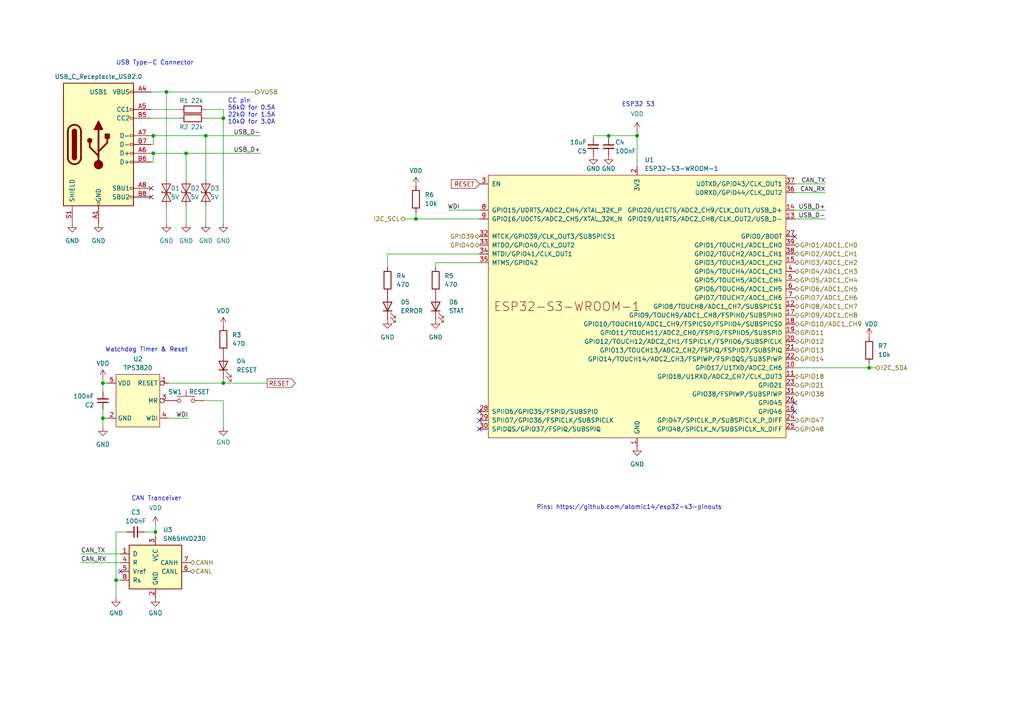
<source format=kicad_sch>
(kicad_sch
	(version 20231120)
	(generator "eeschema")
	(generator_version "8.0")
	(uuid "d339b9d8-51a7-460e-bb19-8d8c25d3e2aa")
	(paper "A4")
	(lib_symbols
		(symbol "Connector:USB_C_Receptacle_USB2.0"
			(pin_names
				(offset 1.016)
			)
			(exclude_from_sim no)
			(in_bom yes)
			(on_board yes)
			(property "Reference" "J"
				(at -10.16 19.05 0)
				(effects
					(font
						(size 1.27 1.27)
					)
					(justify left)
				)
			)
			(property "Value" "USB_C_Receptacle_USB2.0"
				(at 19.05 19.05 0)
				(effects
					(font
						(size 1.27 1.27)
					)
					(justify right)
				)
			)
			(property "Footprint" ""
				(at 3.81 0 0)
				(effects
					(font
						(size 1.27 1.27)
					)
					(hide yes)
				)
			)
			(property "Datasheet" "https://www.usb.org/sites/default/files/documents/usb_type-c.zip"
				(at 3.81 0 0)
				(effects
					(font
						(size 1.27 1.27)
					)
					(hide yes)
				)
			)
			(property "Description" "USB 2.0-only Type-C Receptacle connector"
				(at 0 0 0)
				(effects
					(font
						(size 1.27 1.27)
					)
					(hide yes)
				)
			)
			(property "ki_keywords" "usb universal serial bus type-C USB2.0"
				(at 0 0 0)
				(effects
					(font
						(size 1.27 1.27)
					)
					(hide yes)
				)
			)
			(property "ki_fp_filters" "USB*C*Receptacle*"
				(at 0 0 0)
				(effects
					(font
						(size 1.27 1.27)
					)
					(hide yes)
				)
			)
			(symbol "USB_C_Receptacle_USB2.0_0_0"
				(rectangle
					(start -0.254 -17.78)
					(end 0.254 -16.764)
					(stroke
						(width 0)
						(type default)
					)
					(fill
						(type none)
					)
				)
				(rectangle
					(start 10.16 -14.986)
					(end 9.144 -15.494)
					(stroke
						(width 0)
						(type default)
					)
					(fill
						(type none)
					)
				)
				(rectangle
					(start 10.16 -12.446)
					(end 9.144 -12.954)
					(stroke
						(width 0)
						(type default)
					)
					(fill
						(type none)
					)
				)
				(rectangle
					(start 10.16 -4.826)
					(end 9.144 -5.334)
					(stroke
						(width 0)
						(type default)
					)
					(fill
						(type none)
					)
				)
				(rectangle
					(start 10.16 -2.286)
					(end 9.144 -2.794)
					(stroke
						(width 0)
						(type default)
					)
					(fill
						(type none)
					)
				)
				(rectangle
					(start 10.16 0.254)
					(end 9.144 -0.254)
					(stroke
						(width 0)
						(type default)
					)
					(fill
						(type none)
					)
				)
				(rectangle
					(start 10.16 2.794)
					(end 9.144 2.286)
					(stroke
						(width 0)
						(type default)
					)
					(fill
						(type none)
					)
				)
				(rectangle
					(start 10.16 7.874)
					(end 9.144 7.366)
					(stroke
						(width 0)
						(type default)
					)
					(fill
						(type none)
					)
				)
				(rectangle
					(start 10.16 10.414)
					(end 9.144 9.906)
					(stroke
						(width 0)
						(type default)
					)
					(fill
						(type none)
					)
				)
				(rectangle
					(start 10.16 15.494)
					(end 9.144 14.986)
					(stroke
						(width 0)
						(type default)
					)
					(fill
						(type none)
					)
				)
			)
			(symbol "USB_C_Receptacle_USB2.0_0_1"
				(rectangle
					(start -10.16 17.78)
					(end 10.16 -17.78)
					(stroke
						(width 0.254)
						(type default)
					)
					(fill
						(type background)
					)
				)
				(arc
					(start -8.89 -3.81)
					(mid -6.985 -5.7067)
					(end -5.08 -3.81)
					(stroke
						(width 0.508)
						(type default)
					)
					(fill
						(type none)
					)
				)
				(arc
					(start -7.62 -3.81)
					(mid -6.985 -4.4423)
					(end -6.35 -3.81)
					(stroke
						(width 0.254)
						(type default)
					)
					(fill
						(type none)
					)
				)
				(arc
					(start -7.62 -3.81)
					(mid -6.985 -4.4423)
					(end -6.35 -3.81)
					(stroke
						(width 0.254)
						(type default)
					)
					(fill
						(type outline)
					)
				)
				(rectangle
					(start -7.62 -3.81)
					(end -6.35 3.81)
					(stroke
						(width 0.254)
						(type default)
					)
					(fill
						(type outline)
					)
				)
				(arc
					(start -6.35 3.81)
					(mid -6.985 4.4423)
					(end -7.62 3.81)
					(stroke
						(width 0.254)
						(type default)
					)
					(fill
						(type none)
					)
				)
				(arc
					(start -6.35 3.81)
					(mid -6.985 4.4423)
					(end -7.62 3.81)
					(stroke
						(width 0.254)
						(type default)
					)
					(fill
						(type outline)
					)
				)
				(arc
					(start -5.08 3.81)
					(mid -6.985 5.7067)
					(end -8.89 3.81)
					(stroke
						(width 0.508)
						(type default)
					)
					(fill
						(type none)
					)
				)
				(circle
					(center -2.54 1.143)
					(radius 0.635)
					(stroke
						(width 0.254)
						(type default)
					)
					(fill
						(type outline)
					)
				)
				(circle
					(center 0 -5.842)
					(radius 1.27)
					(stroke
						(width 0)
						(type default)
					)
					(fill
						(type outline)
					)
				)
				(polyline
					(pts
						(xy -8.89 -3.81) (xy -8.89 3.81)
					)
					(stroke
						(width 0.508)
						(type default)
					)
					(fill
						(type none)
					)
				)
				(polyline
					(pts
						(xy -5.08 3.81) (xy -5.08 -3.81)
					)
					(stroke
						(width 0.508)
						(type default)
					)
					(fill
						(type none)
					)
				)
				(polyline
					(pts
						(xy 0 -5.842) (xy 0 4.318)
					)
					(stroke
						(width 0.508)
						(type default)
					)
					(fill
						(type none)
					)
				)
				(polyline
					(pts
						(xy 0 -3.302) (xy -2.54 -0.762) (xy -2.54 0.508)
					)
					(stroke
						(width 0.508)
						(type default)
					)
					(fill
						(type none)
					)
				)
				(polyline
					(pts
						(xy 0 -2.032) (xy 2.54 0.508) (xy 2.54 1.778)
					)
					(stroke
						(width 0.508)
						(type default)
					)
					(fill
						(type none)
					)
				)
				(polyline
					(pts
						(xy -1.27 4.318) (xy 0 6.858) (xy 1.27 4.318) (xy -1.27 4.318)
					)
					(stroke
						(width 0.254)
						(type default)
					)
					(fill
						(type outline)
					)
				)
				(rectangle
					(start 1.905 1.778)
					(end 3.175 3.048)
					(stroke
						(width 0.254)
						(type default)
					)
					(fill
						(type outline)
					)
				)
			)
			(symbol "USB_C_Receptacle_USB2.0_1_1"
				(pin passive line
					(at 0 -22.86 90)
					(length 5.08)
					(name "GND"
						(effects
							(font
								(size 1.27 1.27)
							)
						)
					)
					(number "A1"
						(effects
							(font
								(size 1.27 1.27)
							)
						)
					)
				)
				(pin passive line
					(at 0 -22.86 90)
					(length 5.08) hide
					(name "GND"
						(effects
							(font
								(size 1.27 1.27)
							)
						)
					)
					(number "A12"
						(effects
							(font
								(size 1.27 1.27)
							)
						)
					)
				)
				(pin passive line
					(at 15.24 15.24 180)
					(length 5.08)
					(name "VBUS"
						(effects
							(font
								(size 1.27 1.27)
							)
						)
					)
					(number "A4"
						(effects
							(font
								(size 1.27 1.27)
							)
						)
					)
				)
				(pin bidirectional line
					(at 15.24 10.16 180)
					(length 5.08)
					(name "CC1"
						(effects
							(font
								(size 1.27 1.27)
							)
						)
					)
					(number "A5"
						(effects
							(font
								(size 1.27 1.27)
							)
						)
					)
				)
				(pin bidirectional line
					(at 15.24 -2.54 180)
					(length 5.08)
					(name "D+"
						(effects
							(font
								(size 1.27 1.27)
							)
						)
					)
					(number "A6"
						(effects
							(font
								(size 1.27 1.27)
							)
						)
					)
				)
				(pin bidirectional line
					(at 15.24 2.54 180)
					(length 5.08)
					(name "D-"
						(effects
							(font
								(size 1.27 1.27)
							)
						)
					)
					(number "A7"
						(effects
							(font
								(size 1.27 1.27)
							)
						)
					)
				)
				(pin bidirectional line
					(at 15.24 -12.7 180)
					(length 5.08)
					(name "SBU1"
						(effects
							(font
								(size 1.27 1.27)
							)
						)
					)
					(number "A8"
						(effects
							(font
								(size 1.27 1.27)
							)
						)
					)
				)
				(pin passive line
					(at 15.24 15.24 180)
					(length 5.08) hide
					(name "VBUS"
						(effects
							(font
								(size 1.27 1.27)
							)
						)
					)
					(number "A9"
						(effects
							(font
								(size 1.27 1.27)
							)
						)
					)
				)
				(pin passive line
					(at 0 -22.86 90)
					(length 5.08) hide
					(name "GND"
						(effects
							(font
								(size 1.27 1.27)
							)
						)
					)
					(number "B1"
						(effects
							(font
								(size 1.27 1.27)
							)
						)
					)
				)
				(pin passive line
					(at 0 -22.86 90)
					(length 5.08) hide
					(name "GND"
						(effects
							(font
								(size 1.27 1.27)
							)
						)
					)
					(number "B12"
						(effects
							(font
								(size 1.27 1.27)
							)
						)
					)
				)
				(pin passive line
					(at 15.24 15.24 180)
					(length 5.08) hide
					(name "VBUS"
						(effects
							(font
								(size 1.27 1.27)
							)
						)
					)
					(number "B4"
						(effects
							(font
								(size 1.27 1.27)
							)
						)
					)
				)
				(pin bidirectional line
					(at 15.24 7.62 180)
					(length 5.08)
					(name "CC2"
						(effects
							(font
								(size 1.27 1.27)
							)
						)
					)
					(number "B5"
						(effects
							(font
								(size 1.27 1.27)
							)
						)
					)
				)
				(pin bidirectional line
					(at 15.24 -5.08 180)
					(length 5.08)
					(name "D+"
						(effects
							(font
								(size 1.27 1.27)
							)
						)
					)
					(number "B6"
						(effects
							(font
								(size 1.27 1.27)
							)
						)
					)
				)
				(pin bidirectional line
					(at 15.24 0 180)
					(length 5.08)
					(name "D-"
						(effects
							(font
								(size 1.27 1.27)
							)
						)
					)
					(number "B7"
						(effects
							(font
								(size 1.27 1.27)
							)
						)
					)
				)
				(pin bidirectional line
					(at 15.24 -15.24 180)
					(length 5.08)
					(name "SBU2"
						(effects
							(font
								(size 1.27 1.27)
							)
						)
					)
					(number "B8"
						(effects
							(font
								(size 1.27 1.27)
							)
						)
					)
				)
				(pin passive line
					(at 15.24 15.24 180)
					(length 5.08) hide
					(name "VBUS"
						(effects
							(font
								(size 1.27 1.27)
							)
						)
					)
					(number "B9"
						(effects
							(font
								(size 1.27 1.27)
							)
						)
					)
				)
				(pin passive line
					(at -7.62 -22.86 90)
					(length 5.08)
					(name "SHIELD"
						(effects
							(font
								(size 1.27 1.27)
							)
						)
					)
					(number "S1"
						(effects
							(font
								(size 1.27 1.27)
							)
						)
					)
				)
			)
		)
		(symbol "Device:C_Small"
			(pin_numbers hide)
			(pin_names
				(offset 0.254) hide)
			(exclude_from_sim no)
			(in_bom yes)
			(on_board yes)
			(property "Reference" "C"
				(at 0.254 1.778 0)
				(effects
					(font
						(size 1.27 1.27)
					)
					(justify left)
				)
			)
			(property "Value" "C_Small"
				(at 0.254 -2.032 0)
				(effects
					(font
						(size 1.27 1.27)
					)
					(justify left)
				)
			)
			(property "Footprint" ""
				(at 0 0 0)
				(effects
					(font
						(size 1.27 1.27)
					)
					(hide yes)
				)
			)
			(property "Datasheet" "~"
				(at 0 0 0)
				(effects
					(font
						(size 1.27 1.27)
					)
					(hide yes)
				)
			)
			(property "Description" "Unpolarized capacitor, small symbol"
				(at 0 0 0)
				(effects
					(font
						(size 1.27 1.27)
					)
					(hide yes)
				)
			)
			(property "ki_keywords" "capacitor cap"
				(at 0 0 0)
				(effects
					(font
						(size 1.27 1.27)
					)
					(hide yes)
				)
			)
			(property "ki_fp_filters" "C_*"
				(at 0 0 0)
				(effects
					(font
						(size 1.27 1.27)
					)
					(hide yes)
				)
			)
			(symbol "C_Small_0_1"
				(polyline
					(pts
						(xy -1.524 -0.508) (xy 1.524 -0.508)
					)
					(stroke
						(width 0.3302)
						(type default)
					)
					(fill
						(type none)
					)
				)
				(polyline
					(pts
						(xy -1.524 0.508) (xy 1.524 0.508)
					)
					(stroke
						(width 0.3048)
						(type default)
					)
					(fill
						(type none)
					)
				)
			)
			(symbol "C_Small_1_1"
				(pin passive line
					(at 0 2.54 270)
					(length 2.032)
					(name "~"
						(effects
							(font
								(size 1.27 1.27)
							)
						)
					)
					(number "1"
						(effects
							(font
								(size 1.27 1.27)
							)
						)
					)
				)
				(pin passive line
					(at 0 -2.54 90)
					(length 2.032)
					(name "~"
						(effects
							(font
								(size 1.27 1.27)
							)
						)
					)
					(number "2"
						(effects
							(font
								(size 1.27 1.27)
							)
						)
					)
				)
			)
		)
		(symbol "Device:LED"
			(pin_numbers hide)
			(pin_names
				(offset 1.016) hide)
			(exclude_from_sim no)
			(in_bom yes)
			(on_board yes)
			(property "Reference" "D"
				(at 0 2.54 0)
				(effects
					(font
						(size 1.27 1.27)
					)
				)
			)
			(property "Value" "LED"
				(at 0 -2.54 0)
				(effects
					(font
						(size 1.27 1.27)
					)
				)
			)
			(property "Footprint" ""
				(at 0 0 0)
				(effects
					(font
						(size 1.27 1.27)
					)
					(hide yes)
				)
			)
			(property "Datasheet" "~"
				(at 0 0 0)
				(effects
					(font
						(size 1.27 1.27)
					)
					(hide yes)
				)
			)
			(property "Description" "Light emitting diode"
				(at 0 0 0)
				(effects
					(font
						(size 1.27 1.27)
					)
					(hide yes)
				)
			)
			(property "ki_keywords" "LED diode"
				(at 0 0 0)
				(effects
					(font
						(size 1.27 1.27)
					)
					(hide yes)
				)
			)
			(property "ki_fp_filters" "LED* LED_SMD:* LED_THT:*"
				(at 0 0 0)
				(effects
					(font
						(size 1.27 1.27)
					)
					(hide yes)
				)
			)
			(symbol "LED_0_1"
				(polyline
					(pts
						(xy -1.27 -1.27) (xy -1.27 1.27)
					)
					(stroke
						(width 0.254)
						(type default)
					)
					(fill
						(type none)
					)
				)
				(polyline
					(pts
						(xy -1.27 0) (xy 1.27 0)
					)
					(stroke
						(width 0)
						(type default)
					)
					(fill
						(type none)
					)
				)
				(polyline
					(pts
						(xy 1.27 -1.27) (xy 1.27 1.27) (xy -1.27 0) (xy 1.27 -1.27)
					)
					(stroke
						(width 0.254)
						(type default)
					)
					(fill
						(type none)
					)
				)
				(polyline
					(pts
						(xy -3.048 -0.762) (xy -4.572 -2.286) (xy -3.81 -2.286) (xy -4.572 -2.286) (xy -4.572 -1.524)
					)
					(stroke
						(width 0)
						(type default)
					)
					(fill
						(type none)
					)
				)
				(polyline
					(pts
						(xy -1.778 -0.762) (xy -3.302 -2.286) (xy -2.54 -2.286) (xy -3.302 -2.286) (xy -3.302 -1.524)
					)
					(stroke
						(width 0)
						(type default)
					)
					(fill
						(type none)
					)
				)
			)
			(symbol "LED_1_1"
				(pin passive line
					(at -3.81 0 0)
					(length 2.54)
					(name "K"
						(effects
							(font
								(size 1.27 1.27)
							)
						)
					)
					(number "1"
						(effects
							(font
								(size 1.27 1.27)
							)
						)
					)
				)
				(pin passive line
					(at 3.81 0 180)
					(length 2.54)
					(name "A"
						(effects
							(font
								(size 1.27 1.27)
							)
						)
					)
					(number "2"
						(effects
							(font
								(size 1.27 1.27)
							)
						)
					)
				)
			)
		)
		(symbol "Device:R"
			(pin_numbers hide)
			(pin_names
				(offset 0)
			)
			(exclude_from_sim no)
			(in_bom yes)
			(on_board yes)
			(property "Reference" "R"
				(at 2.032 0 90)
				(effects
					(font
						(size 1.27 1.27)
					)
				)
			)
			(property "Value" "R"
				(at 0 0 90)
				(effects
					(font
						(size 1.27 1.27)
					)
				)
			)
			(property "Footprint" ""
				(at -1.778 0 90)
				(effects
					(font
						(size 1.27 1.27)
					)
					(hide yes)
				)
			)
			(property "Datasheet" "~"
				(at 0 0 0)
				(effects
					(font
						(size 1.27 1.27)
					)
					(hide yes)
				)
			)
			(property "Description" "Resistor"
				(at 0 0 0)
				(effects
					(font
						(size 1.27 1.27)
					)
					(hide yes)
				)
			)
			(property "ki_keywords" "R res resistor"
				(at 0 0 0)
				(effects
					(font
						(size 1.27 1.27)
					)
					(hide yes)
				)
			)
			(property "ki_fp_filters" "R_*"
				(at 0 0 0)
				(effects
					(font
						(size 1.27 1.27)
					)
					(hide yes)
				)
			)
			(symbol "R_0_1"
				(rectangle
					(start -1.016 -2.54)
					(end 1.016 2.54)
					(stroke
						(width 0.254)
						(type default)
					)
					(fill
						(type none)
					)
				)
			)
			(symbol "R_1_1"
				(pin passive line
					(at 0 3.81 270)
					(length 1.27)
					(name "~"
						(effects
							(font
								(size 1.27 1.27)
							)
						)
					)
					(number "1"
						(effects
							(font
								(size 1.27 1.27)
							)
						)
					)
				)
				(pin passive line
					(at 0 -3.81 90)
					(length 1.27)
					(name "~"
						(effects
							(font
								(size 1.27 1.27)
							)
						)
					)
					(number "2"
						(effects
							(font
								(size 1.27 1.27)
							)
						)
					)
				)
			)
		)
		(symbol "Diode:ESD9B5.0ST5G"
			(pin_numbers hide)
			(pin_names
				(offset 1.016) hide)
			(exclude_from_sim no)
			(in_bom yes)
			(on_board yes)
			(property "Reference" "D"
				(at 0 2.54 0)
				(effects
					(font
						(size 1.27 1.27)
					)
				)
			)
			(property "Value" "ESD9B5.0ST5G"
				(at 0 -2.54 0)
				(effects
					(font
						(size 1.27 1.27)
					)
				)
			)
			(property "Footprint" "Diode_SMD:D_SOD-923"
				(at 0 0 0)
				(effects
					(font
						(size 1.27 1.27)
					)
					(hide yes)
				)
			)
			(property "Datasheet" "https://www.onsemi.com/pub/Collateral/ESD9B-D.PDF"
				(at 0 0 0)
				(effects
					(font
						(size 1.27 1.27)
					)
					(hide yes)
				)
			)
			(property "Description" "ESD protection diode, 5.0Vrwm, SOD-923"
				(at 0 0 0)
				(effects
					(font
						(size 1.27 1.27)
					)
					(hide yes)
				)
			)
			(property "ki_keywords" "diode TVS ESD"
				(at 0 0 0)
				(effects
					(font
						(size 1.27 1.27)
					)
					(hide yes)
				)
			)
			(property "ki_fp_filters" "D*SOD?923*"
				(at 0 0 0)
				(effects
					(font
						(size 1.27 1.27)
					)
					(hide yes)
				)
			)
			(symbol "ESD9B5.0ST5G_0_1"
				(polyline
					(pts
						(xy 1.27 0) (xy -1.27 0)
					)
					(stroke
						(width 0)
						(type default)
					)
					(fill
						(type none)
					)
				)
				(polyline
					(pts
						(xy -2.54 -1.27) (xy 0 0) (xy -2.54 1.27) (xy -2.54 -1.27)
					)
					(stroke
						(width 0.2032)
						(type default)
					)
					(fill
						(type none)
					)
				)
				(polyline
					(pts
						(xy 0.508 1.27) (xy 0 1.27) (xy 0 -1.27) (xy -0.508 -1.27)
					)
					(stroke
						(width 0.2032)
						(type default)
					)
					(fill
						(type none)
					)
				)
				(polyline
					(pts
						(xy 2.54 1.27) (xy 2.54 -1.27) (xy 0 0) (xy 2.54 1.27)
					)
					(stroke
						(width 0.2032)
						(type default)
					)
					(fill
						(type none)
					)
				)
			)
			(symbol "ESD9B5.0ST5G_1_1"
				(pin passive line
					(at -3.81 0 0)
					(length 2.54)
					(name "A1"
						(effects
							(font
								(size 1.27 1.27)
							)
						)
					)
					(number "1"
						(effects
							(font
								(size 1.27 1.27)
							)
						)
					)
				)
				(pin passive line
					(at 3.81 0 180)
					(length 2.54)
					(name "A2"
						(effects
							(font
								(size 1.27 1.27)
							)
						)
					)
					(number "2"
						(effects
							(font
								(size 1.27 1.27)
							)
						)
					)
				)
			)
		)
		(symbol "Interface_CAN_LIN:SN65HVD230"
			(pin_names
				(offset 1.016)
			)
			(exclude_from_sim no)
			(in_bom yes)
			(on_board yes)
			(property "Reference" "U"
				(at -2.54 10.16 0)
				(effects
					(font
						(size 1.27 1.27)
					)
					(justify right)
				)
			)
			(property "Value" "SN65HVD230"
				(at -2.54 7.62 0)
				(effects
					(font
						(size 1.27 1.27)
					)
					(justify right)
				)
			)
			(property "Footprint" "Package_SO:SOIC-8_3.9x4.9mm_P1.27mm"
				(at 0 -12.7 0)
				(effects
					(font
						(size 1.27 1.27)
					)
					(hide yes)
				)
			)
			(property "Datasheet" "http://www.ti.com/lit/ds/symlink/sn65hvd230.pdf"
				(at -2.54 10.16 0)
				(effects
					(font
						(size 1.27 1.27)
					)
					(hide yes)
				)
			)
			(property "Description" "CAN Bus Transceivers, 3.3V, 1Mbps, Low-Power capabilities, SOIC-8"
				(at 0 0 0)
				(effects
					(font
						(size 1.27 1.27)
					)
					(hide yes)
				)
			)
			(property "ki_keywords" "can transeiver ti low-power"
				(at 0 0 0)
				(effects
					(font
						(size 1.27 1.27)
					)
					(hide yes)
				)
			)
			(property "ki_fp_filters" "SOIC*3.9x4.9mm*P1.27mm*"
				(at 0 0 0)
				(effects
					(font
						(size 1.27 1.27)
					)
					(hide yes)
				)
			)
			(symbol "SN65HVD230_0_1"
				(rectangle
					(start -7.62 5.08)
					(end 7.62 -7.62)
					(stroke
						(width 0.254)
						(type default)
					)
					(fill
						(type background)
					)
				)
			)
			(symbol "SN65HVD230_1_1"
				(pin input line
					(at -10.16 2.54 0)
					(length 2.54)
					(name "D"
						(effects
							(font
								(size 1.27 1.27)
							)
						)
					)
					(number "1"
						(effects
							(font
								(size 1.27 1.27)
							)
						)
					)
				)
				(pin power_in line
					(at 0 -10.16 90)
					(length 2.54)
					(name "GND"
						(effects
							(font
								(size 1.27 1.27)
							)
						)
					)
					(number "2"
						(effects
							(font
								(size 1.27 1.27)
							)
						)
					)
				)
				(pin power_in line
					(at 0 7.62 270)
					(length 2.54)
					(name "VCC"
						(effects
							(font
								(size 1.27 1.27)
							)
						)
					)
					(number "3"
						(effects
							(font
								(size 1.27 1.27)
							)
						)
					)
				)
				(pin output line
					(at -10.16 0 0)
					(length 2.54)
					(name "R"
						(effects
							(font
								(size 1.27 1.27)
							)
						)
					)
					(number "4"
						(effects
							(font
								(size 1.27 1.27)
							)
						)
					)
				)
				(pin output line
					(at -10.16 -2.54 0)
					(length 2.54)
					(name "Vref"
						(effects
							(font
								(size 1.27 1.27)
							)
						)
					)
					(number "5"
						(effects
							(font
								(size 1.27 1.27)
							)
						)
					)
				)
				(pin bidirectional line
					(at 10.16 -2.54 180)
					(length 2.54)
					(name "CANL"
						(effects
							(font
								(size 1.27 1.27)
							)
						)
					)
					(number "6"
						(effects
							(font
								(size 1.27 1.27)
							)
						)
					)
				)
				(pin bidirectional line
					(at 10.16 0 180)
					(length 2.54)
					(name "CANH"
						(effects
							(font
								(size 1.27 1.27)
							)
						)
					)
					(number "7"
						(effects
							(font
								(size 1.27 1.27)
							)
						)
					)
				)
				(pin input line
					(at -10.16 -5.08 0)
					(length 2.54)
					(name "Rs"
						(effects
							(font
								(size 1.27 1.27)
							)
						)
					)
					(number "8"
						(effects
							(font
								(size 1.27 1.27)
							)
						)
					)
				)
			)
		)
		(symbol "PCM_Espressif:ESP32-S3-WROOM-1"
			(pin_names
				(offset 1.016)
			)
			(exclude_from_sim no)
			(in_bom yes)
			(on_board yes)
			(property "Reference" "U"
				(at -43.18 43.18 0)
				(effects
					(font
						(size 1.27 1.27)
					)
					(justify left)
				)
			)
			(property "Value" "ESP32-S3-WROOM-1"
				(at -43.18 40.64 0)
				(effects
					(font
						(size 1.27 1.27)
					)
					(justify left)
				)
			)
			(property "Footprint" "PCM_Espressif:ESP32-S3-WROOM-1"
				(at 2.54 -48.26 0)
				(effects
					(font
						(size 1.27 1.27)
					)
					(hide yes)
				)
			)
			(property "Datasheet" "https://www.espressif.com/sites/default/files/documentation/esp32-s3-wroom-1_wroom-1u_datasheet_en.pdf"
				(at 2.54 -50.8 0)
				(effects
					(font
						(size 1.27 1.27)
					)
					(hide yes)
				)
			)
			(property "Description" "2.4 GHz WiFi (802.11 b/g/n) and Bluetooth ® 5 (LE) module Built around ESP32S3 series of SoCs, Xtensa ® dualcore 32bit LX7 microprocessor Flash up to 16 MB, PSRAM up to 8 MB 36 GPIOs, rich set of peripherals Onboard PCB antenna"
				(at 0 0 0)
				(effects
					(font
						(size 1.27 1.27)
					)
					(hide yes)
				)
			)
			(symbol "ESP32-S3-WROOM-1_0_0"
				(text "ESP32-S3-WROOM-1"
					(at -20.32 0 0)
					(effects
						(font
							(size 2.54 2.54)
						)
					)
				)
				(pin power_in line
					(at 0 -40.64 90)
					(length 2.54)
					(name "GND"
						(effects
							(font
								(size 1.27 1.27)
							)
						)
					)
					(number "1"
						(effects
							(font
								(size 1.27 1.27)
							)
						)
					)
				)
				(pin bidirectional line
					(at 45.72 -17.78 180)
					(length 2.54)
					(name "GPIO17/U1TXD/ADC2_CH6"
						(effects
							(font
								(size 1.27 1.27)
							)
						)
					)
					(number "10"
						(effects
							(font
								(size 1.27 1.27)
							)
						)
					)
				)
				(pin bidirectional line
					(at 45.72 -20.32 180)
					(length 2.54)
					(name "GPIO18/U1RXD/ADC2_CH7/CLK_OUT3"
						(effects
							(font
								(size 1.27 1.27)
							)
						)
					)
					(number "11"
						(effects
							(font
								(size 1.27 1.27)
							)
						)
					)
				)
				(pin bidirectional line
					(at 45.72 0 180)
					(length 2.54)
					(name "GPIO8/TOUCH8/ADC1_CH7/SUBSPICS1"
						(effects
							(font
								(size 1.27 1.27)
							)
						)
					)
					(number "12"
						(effects
							(font
								(size 1.27 1.27)
							)
						)
					)
				)
				(pin bidirectional line
					(at 45.72 25.4 180)
					(length 2.54)
					(name "GPIO19/U1RTS/ADC2_CH8/CLK_OUT2/USB_D-"
						(effects
							(font
								(size 1.27 1.27)
							)
						)
					)
					(number "13"
						(effects
							(font
								(size 1.27 1.27)
							)
						)
					)
				)
				(pin bidirectional line
					(at 45.72 27.94 180)
					(length 2.54)
					(name "GPIO20/U1CTS/ADC2_CH9/CLK_OUT1/USB_D+"
						(effects
							(font
								(size 1.27 1.27)
							)
						)
					)
					(number "14"
						(effects
							(font
								(size 1.27 1.27)
							)
						)
					)
				)
				(pin bidirectional line
					(at 45.72 12.7 180)
					(length 2.54)
					(name "GPIO3/TOUCH3/ADC1_CH2"
						(effects
							(font
								(size 1.27 1.27)
							)
						)
					)
					(number "15"
						(effects
							(font
								(size 1.27 1.27)
							)
						)
					)
				)
				(pin bidirectional line
					(at 45.72 -30.48 180)
					(length 2.54)
					(name "GPIO46"
						(effects
							(font
								(size 1.27 1.27)
							)
						)
					)
					(number "16"
						(effects
							(font
								(size 1.27 1.27)
							)
						)
					)
				)
				(pin bidirectional line
					(at 45.72 -2.54 180)
					(length 2.54)
					(name "GPIO9/TOUCH9/ADC1_CH8/FSPIHD/SUBSPIHD"
						(effects
							(font
								(size 1.27 1.27)
							)
						)
					)
					(number "17"
						(effects
							(font
								(size 1.27 1.27)
							)
						)
					)
				)
				(pin bidirectional line
					(at 45.72 -5.08 180)
					(length 2.54)
					(name "GPIO10/TOUCH10/ADC1_CH9/FSPICS0/FSPIIO4/SUBSPICS0"
						(effects
							(font
								(size 1.27 1.27)
							)
						)
					)
					(number "18"
						(effects
							(font
								(size 1.27 1.27)
							)
						)
					)
				)
				(pin bidirectional line
					(at 45.72 -7.62 180)
					(length 2.54)
					(name "GPIO11/TOUCH11/ADC2_CH0/FSPID/FSPIIO5/SUBSPID"
						(effects
							(font
								(size 1.27 1.27)
							)
						)
					)
					(number "19"
						(effects
							(font
								(size 1.27 1.27)
							)
						)
					)
				)
				(pin power_in line
					(at 0 40.64 270)
					(length 2.54)
					(name "3V3"
						(effects
							(font
								(size 1.27 1.27)
							)
						)
					)
					(number "2"
						(effects
							(font
								(size 1.27 1.27)
							)
						)
					)
				)
				(pin bidirectional line
					(at 45.72 -10.16 180)
					(length 2.54)
					(name "GPIO12/TOUCH12/ADC2_CH1/FSPICLK/FSPIIO6/SUBSPICLK"
						(effects
							(font
								(size 1.27 1.27)
							)
						)
					)
					(number "20"
						(effects
							(font
								(size 1.27 1.27)
							)
						)
					)
				)
				(pin bidirectional line
					(at 45.72 -12.7 180)
					(length 2.54)
					(name "GPIO13/TOUCH13/ADC2_CH2/FSPIQ/FSPIIO7/SUBSPIQ"
						(effects
							(font
								(size 1.27 1.27)
							)
						)
					)
					(number "21"
						(effects
							(font
								(size 1.27 1.27)
							)
						)
					)
				)
				(pin bidirectional line
					(at 45.72 -15.24 180)
					(length 2.54)
					(name "GPIO14/TOUCH14/ADC2_CH3/FSPIWP/FSPIDQS/SUBSPIWP"
						(effects
							(font
								(size 1.27 1.27)
							)
						)
					)
					(number "22"
						(effects
							(font
								(size 1.27 1.27)
							)
						)
					)
				)
				(pin bidirectional line
					(at 45.72 -22.86 180)
					(length 2.54)
					(name "GPIO21"
						(effects
							(font
								(size 1.27 1.27)
							)
						)
					)
					(number "23"
						(effects
							(font
								(size 1.27 1.27)
							)
						)
					)
				)
				(pin bidirectional line
					(at 45.72 -33.02 180)
					(length 2.54)
					(name "GPIO47/SPICLK_P/SUBSPICLK_P_DIFF"
						(effects
							(font
								(size 1.27 1.27)
							)
						)
					)
					(number "24"
						(effects
							(font
								(size 1.27 1.27)
							)
						)
					)
				)
				(pin bidirectional line
					(at 45.72 -35.56 180)
					(length 2.54)
					(name "GPIO48/SPICLK_N/SUBSPICLK_N_DIFF"
						(effects
							(font
								(size 1.27 1.27)
							)
						)
					)
					(number "25"
						(effects
							(font
								(size 1.27 1.27)
							)
						)
					)
				)
				(pin bidirectional line
					(at 45.72 -27.94 180)
					(length 2.54)
					(name "GPIO45"
						(effects
							(font
								(size 1.27 1.27)
							)
						)
					)
					(number "26"
						(effects
							(font
								(size 1.27 1.27)
							)
						)
					)
				)
				(pin bidirectional line
					(at 45.72 20.32 180)
					(length 2.54)
					(name "GPIO0/BOOT"
						(effects
							(font
								(size 1.27 1.27)
							)
						)
					)
					(number "27"
						(effects
							(font
								(size 1.27 1.27)
							)
						)
					)
				)
				(pin bidirectional line
					(at -45.72 -30.48 0)
					(length 2.54)
					(name "SPIIO6/GPIO35/FSPID/SUBSPID"
						(effects
							(font
								(size 1.27 1.27)
							)
						)
					)
					(number "28"
						(effects
							(font
								(size 1.27 1.27)
							)
						)
					)
				)
				(pin bidirectional line
					(at -45.72 -33.02 0)
					(length 2.54)
					(name "SPIIO7/GPIO36/FSPICLK/SUBSPICLK"
						(effects
							(font
								(size 1.27 1.27)
							)
						)
					)
					(number "29"
						(effects
							(font
								(size 1.27 1.27)
							)
						)
					)
				)
				(pin input line
					(at -45.72 35.56 0)
					(length 2.54)
					(name "EN"
						(effects
							(font
								(size 1.27 1.27)
							)
						)
					)
					(number "3"
						(effects
							(font
								(size 1.27 1.27)
							)
						)
					)
				)
				(pin bidirectional line
					(at -45.72 -35.56 0)
					(length 2.54)
					(name "SPIDQS/GPIO37/FSPIQ/SUBSPIQ"
						(effects
							(font
								(size 1.27 1.27)
							)
						)
					)
					(number "30"
						(effects
							(font
								(size 1.27 1.27)
							)
						)
					)
				)
				(pin bidirectional line
					(at 45.72 -25.4 180)
					(length 2.54)
					(name "GPIO38/FSPIWP/SUBSPIWP"
						(effects
							(font
								(size 1.27 1.27)
							)
						)
					)
					(number "31"
						(effects
							(font
								(size 1.27 1.27)
							)
						)
					)
				)
				(pin bidirectional line
					(at -45.72 20.32 0)
					(length 2.54)
					(name "MTCK/GPIO39/CLK_OUT3/SUBSPICS1"
						(effects
							(font
								(size 1.27 1.27)
							)
						)
					)
					(number "32"
						(effects
							(font
								(size 1.27 1.27)
							)
						)
					)
				)
				(pin bidirectional line
					(at -45.72 17.78 0)
					(length 2.54)
					(name "MTDO/GPIO40/CLK_OUT2"
						(effects
							(font
								(size 1.27 1.27)
							)
						)
					)
					(number "33"
						(effects
							(font
								(size 1.27 1.27)
							)
						)
					)
				)
				(pin bidirectional line
					(at -45.72 15.24 0)
					(length 2.54)
					(name "MTDI/GPIO41/CLK_OUT1"
						(effects
							(font
								(size 1.27 1.27)
							)
						)
					)
					(number "34"
						(effects
							(font
								(size 1.27 1.27)
							)
						)
					)
				)
				(pin bidirectional line
					(at -45.72 12.7 0)
					(length 2.54)
					(name "MTMS/GPIO42"
						(effects
							(font
								(size 1.27 1.27)
							)
						)
					)
					(number "35"
						(effects
							(font
								(size 1.27 1.27)
							)
						)
					)
				)
				(pin bidirectional line
					(at 45.72 33.02 180)
					(length 2.54)
					(name "U0RXD/GPIO44/CLK_OUT2"
						(effects
							(font
								(size 1.27 1.27)
							)
						)
					)
					(number "36"
						(effects
							(font
								(size 1.27 1.27)
							)
						)
					)
				)
				(pin bidirectional line
					(at 45.72 35.56 180)
					(length 2.54)
					(name "U0TXD/GPIO43/CLK_OUT1"
						(effects
							(font
								(size 1.27 1.27)
							)
						)
					)
					(number "37"
						(effects
							(font
								(size 1.27 1.27)
							)
						)
					)
				)
				(pin bidirectional line
					(at 45.72 15.24 180)
					(length 2.54)
					(name "GPIO2/TOUCH2/ADC1_CH1"
						(effects
							(font
								(size 1.27 1.27)
							)
						)
					)
					(number "38"
						(effects
							(font
								(size 1.27 1.27)
							)
						)
					)
				)
				(pin bidirectional line
					(at 45.72 17.78 180)
					(length 2.54)
					(name "GPIO1/TOUCH1/ADC1_CH0"
						(effects
							(font
								(size 1.27 1.27)
							)
						)
					)
					(number "39"
						(effects
							(font
								(size 1.27 1.27)
							)
						)
					)
				)
				(pin bidirectional line
					(at 45.72 10.16 180)
					(length 2.54)
					(name "GPIO4/TOUCH4/ADC1_CH3"
						(effects
							(font
								(size 1.27 1.27)
							)
						)
					)
					(number "4"
						(effects
							(font
								(size 1.27 1.27)
							)
						)
					)
				)
				(pin passive line
					(at 0 -40.64 90)
					(length 2.54) hide
					(name "GND"
						(effects
							(font
								(size 1.27 1.27)
							)
						)
					)
					(number "40"
						(effects
							(font
								(size 1.27 1.27)
							)
						)
					)
				)
				(pin passive line
					(at 0 -40.64 90)
					(length 2.54) hide
					(name "GND"
						(effects
							(font
								(size 1.27 1.27)
							)
						)
					)
					(number "41"
						(effects
							(font
								(size 1.27 1.27)
							)
						)
					)
				)
				(pin bidirectional line
					(at 45.72 7.62 180)
					(length 2.54)
					(name "GPIO5/TOUCH5/ADC1_CH4"
						(effects
							(font
								(size 1.27 1.27)
							)
						)
					)
					(number "5"
						(effects
							(font
								(size 1.27 1.27)
							)
						)
					)
				)
				(pin bidirectional line
					(at 45.72 5.08 180)
					(length 2.54)
					(name "GPIO6/TOUCH6/ADC1_CH5"
						(effects
							(font
								(size 1.27 1.27)
							)
						)
					)
					(number "6"
						(effects
							(font
								(size 1.27 1.27)
							)
						)
					)
				)
				(pin bidirectional line
					(at 45.72 2.54 180)
					(length 2.54)
					(name "GPIO7/TOUCH7/ADC1_CH6"
						(effects
							(font
								(size 1.27 1.27)
							)
						)
					)
					(number "7"
						(effects
							(font
								(size 1.27 1.27)
							)
						)
					)
				)
				(pin bidirectional line
					(at -45.72 27.94 0)
					(length 2.54)
					(name "GPIO15/U0RTS/ADC2_CH4/XTAL_32K_P"
						(effects
							(font
								(size 1.27 1.27)
							)
						)
					)
					(number "8"
						(effects
							(font
								(size 1.27 1.27)
							)
						)
					)
				)
				(pin bidirectional line
					(at -45.72 25.4 0)
					(length 2.54)
					(name "GPIO16/U0CTS/ADC2_CH5/XTAL_32K_N"
						(effects
							(font
								(size 1.27 1.27)
							)
						)
					)
					(number "9"
						(effects
							(font
								(size 1.27 1.27)
							)
						)
					)
				)
			)
			(symbol "ESP32-S3-WROOM-1_0_1"
				(rectangle
					(start -43.18 38.1)
					(end 43.18 -38.1)
					(stroke
						(width 0)
						(type default)
					)
					(fill
						(type background)
					)
				)
			)
		)
		(symbol "Switch:SW_Push"
			(pin_numbers hide)
			(pin_names
				(offset 1.016) hide)
			(exclude_from_sim no)
			(in_bom yes)
			(on_board yes)
			(property "Reference" "SW"
				(at 1.27 2.54 0)
				(effects
					(font
						(size 1.27 1.27)
					)
					(justify left)
				)
			)
			(property "Value" "SW_Push"
				(at 0 -1.524 0)
				(effects
					(font
						(size 1.27 1.27)
					)
				)
			)
			(property "Footprint" ""
				(at 0 5.08 0)
				(effects
					(font
						(size 1.27 1.27)
					)
					(hide yes)
				)
			)
			(property "Datasheet" "~"
				(at 0 5.08 0)
				(effects
					(font
						(size 1.27 1.27)
					)
					(hide yes)
				)
			)
			(property "Description" "Push button switch, generic, two pins"
				(at 0 0 0)
				(effects
					(font
						(size 1.27 1.27)
					)
					(hide yes)
				)
			)
			(property "ki_keywords" "switch normally-open pushbutton push-button"
				(at 0 0 0)
				(effects
					(font
						(size 1.27 1.27)
					)
					(hide yes)
				)
			)
			(symbol "SW_Push_0_1"
				(circle
					(center -2.032 0)
					(radius 0.508)
					(stroke
						(width 0)
						(type default)
					)
					(fill
						(type none)
					)
				)
				(polyline
					(pts
						(xy 0 1.27) (xy 0 3.048)
					)
					(stroke
						(width 0)
						(type default)
					)
					(fill
						(type none)
					)
				)
				(polyline
					(pts
						(xy 2.54 1.27) (xy -2.54 1.27)
					)
					(stroke
						(width 0)
						(type default)
					)
					(fill
						(type none)
					)
				)
				(circle
					(center 2.032 0)
					(radius 0.508)
					(stroke
						(width 0)
						(type default)
					)
					(fill
						(type none)
					)
				)
				(pin passive line
					(at -5.08 0 0)
					(length 2.54)
					(name "1"
						(effects
							(font
								(size 1.27 1.27)
							)
						)
					)
					(number "1"
						(effects
							(font
								(size 1.27 1.27)
							)
						)
					)
				)
				(pin passive line
					(at 5.08 0 180)
					(length 2.54)
					(name "2"
						(effects
							(font
								(size 1.27 1.27)
							)
						)
					)
					(number "2"
						(effects
							(font
								(size 1.27 1.27)
							)
						)
					)
				)
			)
		)
		(symbol "WOBCLibrary:TPS3820"
			(exclude_from_sim no)
			(in_bom yes)
			(on_board yes)
			(property "Reference" "U"
				(at 0 0 0)
				(effects
					(font
						(size 1.27 1.27)
					)
				)
			)
			(property "Value" "TPS3820"
				(at 0 8.89 0)
				(effects
					(font
						(size 1.27 1.27)
					)
				)
			)
			(property "Footprint" ""
				(at 0 11.43 0)
				(effects
					(font
						(size 1.27 1.27)
					)
					(hide yes)
				)
			)
			(property "Datasheet" ""
				(at 0 11.43 0)
				(effects
					(font
						(size 1.27 1.27)
					)
					(hide yes)
				)
			)
			(property "Description" ""
				(at 0 0 0)
				(effects
					(font
						(size 1.27 1.27)
					)
					(hide yes)
				)
			)
			(symbol "TPS3820_1_1"
				(rectangle
					(start -6.35 7.62)
					(end 6.35 -7.62)
					(stroke
						(width 0)
						(type default)
					)
					(fill
						(type background)
					)
				)
				(pin output inverted
					(at 8.89 5.08 180)
					(length 2.54)
					(name "RESET"
						(effects
							(font
								(size 1.27 1.27)
							)
						)
					)
					(number "1"
						(effects
							(font
								(size 1.27 1.27)
							)
						)
					)
				)
				(pin power_in line
					(at -8.89 -5.08 0)
					(length 2.54)
					(name "GND"
						(effects
							(font
								(size 1.27 1.27)
							)
						)
					)
					(number "2"
						(effects
							(font
								(size 1.27 1.27)
							)
						)
					)
				)
				(pin input inverted
					(at 8.89 0 180)
					(length 2.54)
					(name "MR"
						(effects
							(font
								(size 1.27 1.27)
							)
						)
					)
					(number "3"
						(effects
							(font
								(size 1.27 1.27)
							)
						)
					)
				)
				(pin input line
					(at 8.89 -5.08 180)
					(length 2.54)
					(name "WDI"
						(effects
							(font
								(size 1.27 1.27)
							)
						)
					)
					(number "4"
						(effects
							(font
								(size 1.27 1.27)
							)
						)
					)
				)
				(pin power_in line
					(at -8.89 5.08 0)
					(length 2.54)
					(name "VDD"
						(effects
							(font
								(size 1.27 1.27)
							)
						)
					)
					(number "5"
						(effects
							(font
								(size 1.27 1.27)
							)
						)
					)
				)
			)
		)
		(symbol "power:GND"
			(power)
			(pin_names
				(offset 0)
			)
			(exclude_from_sim no)
			(in_bom yes)
			(on_board yes)
			(property "Reference" "#PWR"
				(at 0 -6.35 0)
				(effects
					(font
						(size 1.27 1.27)
					)
					(hide yes)
				)
			)
			(property "Value" "GND"
				(at 0 -3.81 0)
				(effects
					(font
						(size 1.27 1.27)
					)
				)
			)
			(property "Footprint" ""
				(at 0 0 0)
				(effects
					(font
						(size 1.27 1.27)
					)
					(hide yes)
				)
			)
			(property "Datasheet" ""
				(at 0 0 0)
				(effects
					(font
						(size 1.27 1.27)
					)
					(hide yes)
				)
			)
			(property "Description" "Power symbol creates a global label with name \"GND\" , ground"
				(at 0 0 0)
				(effects
					(font
						(size 1.27 1.27)
					)
					(hide yes)
				)
			)
			(property "ki_keywords" "global power"
				(at 0 0 0)
				(effects
					(font
						(size 1.27 1.27)
					)
					(hide yes)
				)
			)
			(symbol "GND_0_1"
				(polyline
					(pts
						(xy 0 0) (xy 0 -1.27) (xy 1.27 -1.27) (xy 0 -2.54) (xy -1.27 -1.27) (xy 0 -1.27)
					)
					(stroke
						(width 0)
						(type default)
					)
					(fill
						(type none)
					)
				)
			)
			(symbol "GND_1_1"
				(pin power_in line
					(at 0 0 270)
					(length 0) hide
					(name "GND"
						(effects
							(font
								(size 1.27 1.27)
							)
						)
					)
					(number "1"
						(effects
							(font
								(size 1.27 1.27)
							)
						)
					)
				)
			)
		)
		(symbol "power:VDD"
			(power)
			(pin_names
				(offset 0)
			)
			(exclude_from_sim no)
			(in_bom yes)
			(on_board yes)
			(property "Reference" "#PWR"
				(at 0 -3.81 0)
				(effects
					(font
						(size 1.27 1.27)
					)
					(hide yes)
				)
			)
			(property "Value" "VDD"
				(at 0 3.81 0)
				(effects
					(font
						(size 1.27 1.27)
					)
				)
			)
			(property "Footprint" ""
				(at 0 0 0)
				(effects
					(font
						(size 1.27 1.27)
					)
					(hide yes)
				)
			)
			(property "Datasheet" ""
				(at 0 0 0)
				(effects
					(font
						(size 1.27 1.27)
					)
					(hide yes)
				)
			)
			(property "Description" "Power symbol creates a global label with name \"VDD\""
				(at 0 0 0)
				(effects
					(font
						(size 1.27 1.27)
					)
					(hide yes)
				)
			)
			(property "ki_keywords" "global power"
				(at 0 0 0)
				(effects
					(font
						(size 1.27 1.27)
					)
					(hide yes)
				)
			)
			(symbol "VDD_0_1"
				(polyline
					(pts
						(xy -0.762 1.27) (xy 0 2.54)
					)
					(stroke
						(width 0)
						(type default)
					)
					(fill
						(type none)
					)
				)
				(polyline
					(pts
						(xy 0 0) (xy 0 2.54)
					)
					(stroke
						(width 0)
						(type default)
					)
					(fill
						(type none)
					)
				)
				(polyline
					(pts
						(xy 0 2.54) (xy 0.762 1.27)
					)
					(stroke
						(width 0)
						(type default)
					)
					(fill
						(type none)
					)
				)
			)
			(symbol "VDD_1_1"
				(pin power_in line
					(at 0 0 90)
					(length 0) hide
					(name "VDD"
						(effects
							(font
								(size 1.27 1.27)
							)
						)
					)
					(number "1"
						(effects
							(font
								(size 1.27 1.27)
							)
						)
					)
				)
			)
		)
	)
	(junction
		(at 45.085 154.305)
		(diameter 0)
		(color 0 0 0 0)
		(uuid "54b44bcb-270f-43a9-85bd-14a6712a7ebb")
	)
	(junction
		(at 176.53 39.37)
		(diameter 0)
		(color 0 0 0 0)
		(uuid "5e669def-7a18-44fd-bad6-efe245b4bf28")
	)
	(junction
		(at 59.69 39.37)
		(diameter 0)
		(color 0 0 0 0)
		(uuid "65305ae2-0630-4f98-bd32-c447416f7490")
	)
	(junction
		(at 44.45 44.45)
		(diameter 0)
		(color 0 0 0 0)
		(uuid "753ec1d8-0a2f-44f8-9a32-8a61cdef21b5")
	)
	(junction
		(at 29.845 111.125)
		(diameter 0)
		(color 0 0 0 0)
		(uuid "7beb5adc-71e9-479d-ac09-1df27baa6240")
	)
	(junction
		(at 53.975 44.45)
		(diameter 0)
		(color 0 0 0 0)
		(uuid "8d72df12-298d-4588-8231-e61a28c5737f")
	)
	(junction
		(at 29.845 121.285)
		(diameter 0)
		(color 0 0 0 0)
		(uuid "96049cb8-8bb3-4a04-9671-949440e072ab")
	)
	(junction
		(at 44.45 39.37)
		(diameter 0)
		(color 0 0 0 0)
		(uuid "b99ccf6a-b366-411c-9e77-a8327db55402")
	)
	(junction
		(at 120.65 63.5)
		(diameter 0)
		(color 0 0 0 0)
		(uuid "bee3ddaf-49e3-4562-a038-d593673bad12")
	)
	(junction
		(at 48.26 26.67)
		(diameter 0)
		(color 0 0 0 0)
		(uuid "d7cc22c4-1807-445e-98e9-6ebf133cc16a")
	)
	(junction
		(at 64.77 111.125)
		(diameter 0)
		(color 0 0 0 0)
		(uuid "e309d59e-e78c-4f52-ba5a-c7f322c1f6f5")
	)
	(junction
		(at 64.77 34.29)
		(diameter 0)
		(color 0 0 0 0)
		(uuid "e6cb9202-580b-4b7f-b4bb-523b396dc147")
	)
	(junction
		(at 252.095 106.68)
		(diameter 0)
		(color 0 0 0 0)
		(uuid "e9683d8d-fddc-4565-9a2f-78c2dcd63c5b")
	)
	(junction
		(at 184.785 39.37)
		(diameter 0)
		(color 0 0 0 0)
		(uuid "f3771991-8d7f-4d4d-b701-501d6a8bb1bc")
	)
	(junction
		(at 33.655 168.275)
		(diameter 0)
		(color 0 0 0 0)
		(uuid "f660eb2d-6d5b-4d66-a9f2-59e36ec30688")
	)
	(no_connect
		(at 230.505 68.58)
		(uuid "07787f58-4262-42f6-9cd1-d74407625927")
	)
	(no_connect
		(at 230.505 116.84)
		(uuid "12889389-025e-47e0-bb5d-17d4e5aa1247")
	)
	(no_connect
		(at 34.925 165.735)
		(uuid "181d0588-e85d-4e41-a0b5-4fde26334109")
	)
	(no_connect
		(at 139.065 121.92)
		(uuid "36f3c130-f0fc-467e-8bec-903b902b6085")
	)
	(no_connect
		(at 139.065 124.46)
		(uuid "3ab82694-447e-4b1b-a995-ad23c7954f98")
	)
	(no_connect
		(at 43.815 57.15)
		(uuid "a6dbe16c-0383-49f8-9074-5a696b52f681")
	)
	(no_connect
		(at 230.505 119.38)
		(uuid "c3b5f4ac-331f-4b79-a19a-b262e51178e6")
	)
	(no_connect
		(at 139.065 119.38)
		(uuid "cf070cc7-1745-47f3-8031-dd96d304ebb7")
	)
	(no_connect
		(at 43.815 54.61)
		(uuid "e1f7d406-8381-4f92-bb10-3229a2681d0f")
	)
	(wire
		(pts
			(xy 44.45 39.37) (xy 59.69 39.37)
		)
		(stroke
			(width 0)
			(type default)
		)
		(uuid "00b5c13a-654b-444c-a09f-6d9b13ba250b")
	)
	(wire
		(pts
			(xy 112.395 73.66) (xy 112.395 77.47)
		)
		(stroke
			(width 0)
			(type default)
		)
		(uuid "051f0986-aa43-40d8-b9fd-e65362704a43")
	)
	(wire
		(pts
			(xy 48.26 26.67) (xy 74.0972 26.67)
		)
		(stroke
			(width 0)
			(type default)
		)
		(uuid "0978136e-d6e1-49f8-bdc1-83fd5be2749c")
	)
	(wire
		(pts
			(xy 29.845 123.825) (xy 29.845 121.285)
		)
		(stroke
			(width 0)
			(type default)
		)
		(uuid "09e9c058-55ef-4e92-ae67-581d87cb7fa8")
	)
	(wire
		(pts
			(xy 23.495 163.195) (xy 34.925 163.195)
		)
		(stroke
			(width 0)
			(type default)
		)
		(uuid "0e0a100e-7f6b-4ffe-87f4-6a1ae011c417")
	)
	(wire
		(pts
			(xy 53.975 64.77) (xy 53.975 59.69)
		)
		(stroke
			(width 0)
			(type default)
		)
		(uuid "0e2fbfdd-902a-4fe0-a1ab-a279a5b29cd8")
	)
	(wire
		(pts
			(xy 43.815 39.37) (xy 44.45 39.37)
		)
		(stroke
			(width 0)
			(type default)
		)
		(uuid "10d42655-dc71-4997-8820-eb27b5593168")
	)
	(wire
		(pts
			(xy 23.495 160.655) (xy 34.925 160.655)
		)
		(stroke
			(width 0)
			(type default)
		)
		(uuid "12db2338-4a45-4162-a798-64168c1da87d")
	)
	(wire
		(pts
			(xy 33.655 168.275) (xy 34.925 168.275)
		)
		(stroke
			(width 0)
			(type default)
		)
		(uuid "1a3b0a75-79e7-430b-b6e4-a2ecf4324cd7")
	)
	(wire
		(pts
			(xy 53.975 44.45) (xy 53.975 52.07)
		)
		(stroke
			(width 0)
			(type default)
		)
		(uuid "2304ce00-0451-4e35-94c9-200b74c27156")
	)
	(wire
		(pts
			(xy 43.815 46.99) (xy 44.45 46.99)
		)
		(stroke
			(width 0)
			(type default)
		)
		(uuid "25acff1a-dc99-4521-b6ee-b036cb7fc7e9")
	)
	(wire
		(pts
			(xy 59.69 64.77) (xy 59.69 59.69)
		)
		(stroke
			(width 0)
			(type default)
		)
		(uuid "2a77a977-1c55-4c60-a8bb-c6ceb21aa842")
	)
	(wire
		(pts
			(xy 112.395 73.66) (xy 139.065 73.66)
		)
		(stroke
			(width 0)
			(type default)
		)
		(uuid "2b0ddd29-f3b3-4429-81f8-b318818d448e")
	)
	(wire
		(pts
			(xy 252.095 106.68) (xy 230.505 106.68)
		)
		(stroke
			(width 0)
			(type default)
		)
		(uuid "2b57e8bd-ac42-4705-9759-a02a9dfdeb8e")
	)
	(wire
		(pts
			(xy 29.845 111.125) (xy 31.115 111.125)
		)
		(stroke
			(width 0)
			(type default)
		)
		(uuid "2f780a2c-1620-4487-b0da-6c0aa23db84b")
	)
	(wire
		(pts
			(xy 41.91 154.305) (xy 45.085 154.305)
		)
		(stroke
			(width 0)
			(type default)
		)
		(uuid "3541b0b2-cfb2-4ad8-8147-d6debdeafeea")
	)
	(wire
		(pts
			(xy 48.26 26.67) (xy 43.815 26.67)
		)
		(stroke
			(width 0)
			(type default)
		)
		(uuid "390eb601-528c-4971-94e0-50e483ba7da8")
	)
	(wire
		(pts
			(xy 44.45 41.91) (xy 44.45 39.37)
		)
		(stroke
			(width 0)
			(type default)
		)
		(uuid "39c4211e-2615-423c-a60b-4016ba4510c1")
	)
	(wire
		(pts
			(xy 59.69 31.75) (xy 64.77 31.75)
		)
		(stroke
			(width 0)
			(type default)
		)
		(uuid "3d84efbb-d6d6-4413-aaff-52acbb77d24c")
	)
	(wire
		(pts
			(xy 75.565 44.45) (xy 53.975 44.45)
		)
		(stroke
			(width 0)
			(type default)
		)
		(uuid "454be838-cefc-45ff-a7b8-8fe73ef0242b")
	)
	(wire
		(pts
			(xy 239.395 60.96) (xy 230.505 60.96)
		)
		(stroke
			(width 0)
			(type default)
		)
		(uuid "45c8011a-b1af-4683-b367-77633e1c05e6")
	)
	(wire
		(pts
			(xy 59.055 116.205) (xy 64.77 116.205)
		)
		(stroke
			(width 0)
			(type default)
		)
		(uuid "4955fa03-e48c-4b82-8175-3307ac016b21")
	)
	(wire
		(pts
			(xy 44.45 46.99) (xy 44.45 44.45)
		)
		(stroke
			(width 0)
			(type default)
		)
		(uuid "50511a9d-b717-4d31-b746-7dc7b14241a8")
	)
	(wire
		(pts
			(xy 126.365 77.47) (xy 126.365 76.2)
		)
		(stroke
			(width 0)
			(type default)
		)
		(uuid "50f4ea92-7cfb-47d0-ac43-64ea251d3efd")
	)
	(wire
		(pts
			(xy 230.505 53.34) (xy 239.395 53.34)
		)
		(stroke
			(width 0)
			(type default)
		)
		(uuid "52b897e6-513c-46ec-8743-c3bb7d2b9ffa")
	)
	(wire
		(pts
			(xy 52.07 31.75) (xy 43.815 31.75)
		)
		(stroke
			(width 0)
			(type default)
		)
		(uuid "5415d40a-57b2-4a85-bfd9-afdba78d4842")
	)
	(wire
		(pts
			(xy 43.815 41.91) (xy 44.45 41.91)
		)
		(stroke
			(width 0)
			(type default)
		)
		(uuid "5db77132-cd0d-4e32-b796-d9eff490a717")
	)
	(wire
		(pts
			(xy 64.77 111.125) (xy 48.895 111.125)
		)
		(stroke
			(width 0)
			(type default)
		)
		(uuid "5eb2cb27-f471-4860-a1b3-02612c917444")
	)
	(wire
		(pts
			(xy 64.77 31.75) (xy 64.77 34.29)
		)
		(stroke
			(width 0)
			(type default)
		)
		(uuid "62742943-8c18-4645-a309-b28365ed2960")
	)
	(wire
		(pts
			(xy 33.655 168.275) (xy 33.655 154.305)
		)
		(stroke
			(width 0)
			(type default)
		)
		(uuid "63d9fc90-a5ad-4a60-bac7-ec005fc66135")
	)
	(wire
		(pts
			(xy 29.845 118.745) (xy 29.845 121.285)
		)
		(stroke
			(width 0)
			(type default)
		)
		(uuid "6b0bca27-e1ea-4a91-9e31-e804d5ee8a6d")
	)
	(wire
		(pts
			(xy 45.085 154.305) (xy 45.085 155.575)
		)
		(stroke
			(width 0)
			(type default)
		)
		(uuid "7c4c609c-bc4d-43a4-92b3-46786c2a9c0f")
	)
	(wire
		(pts
			(xy 252.095 105.41) (xy 252.095 106.68)
		)
		(stroke
			(width 0)
			(type default)
		)
		(uuid "7d2557f0-1ea3-4ac8-9829-27097174da9e")
	)
	(wire
		(pts
			(xy 77.47 111.125) (xy 64.77 111.125)
		)
		(stroke
			(width 0)
			(type default)
		)
		(uuid "9158d4b4-e2f6-4461-86d4-4159af240af3")
	)
	(wire
		(pts
			(xy 59.69 34.29) (xy 64.77 34.29)
		)
		(stroke
			(width 0)
			(type default)
		)
		(uuid "91afdf3a-5d0a-417c-a268-f6810f153953")
	)
	(wire
		(pts
			(xy 54.61 121.285) (xy 48.895 121.285)
		)
		(stroke
			(width 0)
			(type default)
		)
		(uuid "95f069fd-7dc1-47e5-aebf-d80a2ca03bc5")
	)
	(wire
		(pts
			(xy 45.085 152.4) (xy 45.085 154.305)
		)
		(stroke
			(width 0)
			(type default)
		)
		(uuid "969c01d7-0022-4355-892d-391fbb9080df")
	)
	(wire
		(pts
			(xy 29.845 121.285) (xy 31.115 121.285)
		)
		(stroke
			(width 0)
			(type default)
		)
		(uuid "9fc45c6f-7dc7-4568-9ca5-9b06df7e4906")
	)
	(wire
		(pts
			(xy 239.395 55.88) (xy 230.505 55.88)
		)
		(stroke
			(width 0)
			(type default)
		)
		(uuid "a69357f0-8993-4c97-9050-a62adc5bd632")
	)
	(wire
		(pts
			(xy 64.77 116.205) (xy 64.77 123.825)
		)
		(stroke
			(width 0)
			(type default)
		)
		(uuid "a784197c-d250-4a70-9bad-4747a317ad4b")
	)
	(wire
		(pts
			(xy 239.395 63.5) (xy 230.505 63.5)
		)
		(stroke
			(width 0)
			(type default)
		)
		(uuid "adb63626-8652-4f7e-9cdd-d8bd51ffc3be")
	)
	(wire
		(pts
			(xy 64.77 109.855) (xy 64.77 111.125)
		)
		(stroke
			(width 0)
			(type default)
		)
		(uuid "adcb96f7-35ba-41cd-bad6-21619ad58933")
	)
	(wire
		(pts
			(xy 126.365 76.2) (xy 139.065 76.2)
		)
		(stroke
			(width 0)
			(type default)
		)
		(uuid "b2513222-f3cb-40cd-afea-4bc4b69de0ec")
	)
	(wire
		(pts
			(xy 130.175 60.96) (xy 139.065 60.96)
		)
		(stroke
			(width 0)
			(type default)
		)
		(uuid "b7336063-339b-4cc4-b13f-9031f13ff390")
	)
	(wire
		(pts
			(xy 59.69 39.37) (xy 75.565 39.37)
		)
		(stroke
			(width 0)
			(type default)
		)
		(uuid "bb32f227-4489-4445-aa30-099ee5bc54c6")
	)
	(wire
		(pts
			(xy 120.65 63.5) (xy 139.065 63.5)
		)
		(stroke
			(width 0)
			(type default)
		)
		(uuid "c31c1a4d-c0f1-4b16-bd78-b327b39f6dfd")
	)
	(wire
		(pts
			(xy 48.26 64.77) (xy 48.26 59.69)
		)
		(stroke
			(width 0)
			(type default)
		)
		(uuid "c644c2e1-e8cd-43cd-b779-b0e17c9f63ea")
	)
	(wire
		(pts
			(xy 59.69 39.37) (xy 59.69 52.07)
		)
		(stroke
			(width 0)
			(type default)
		)
		(uuid "c6f1b479-599f-40bd-a405-9254b9f43705")
	)
	(wire
		(pts
			(xy 184.785 38.1) (xy 184.785 39.37)
		)
		(stroke
			(width 0)
			(type default)
		)
		(uuid "c91257ea-0509-4a7d-b612-06670878a50c")
	)
	(wire
		(pts
			(xy 53.975 44.45) (xy 44.45 44.45)
		)
		(stroke
			(width 0)
			(type default)
		)
		(uuid "cca4740b-265a-4ec9-b02f-7c5910b7dffd")
	)
	(wire
		(pts
			(xy 184.785 39.37) (xy 184.785 48.26)
		)
		(stroke
			(width 0)
			(type default)
		)
		(uuid "d354bee4-422e-4311-a597-b0439c5835dc")
	)
	(wire
		(pts
			(xy 29.845 111.125) (xy 29.845 113.665)
		)
		(stroke
			(width 0)
			(type default)
		)
		(uuid "d42aab69-a6cc-4883-9a9a-8d631f6090c6")
	)
	(wire
		(pts
			(xy 254 106.68) (xy 252.095 106.68)
		)
		(stroke
			(width 0)
			(type default)
		)
		(uuid "d738f4b5-bc02-4612-a87d-1595c4baef63")
	)
	(wire
		(pts
			(xy 33.655 173.355) (xy 33.655 168.275)
		)
		(stroke
			(width 0)
			(type default)
		)
		(uuid "d74e79bd-ac62-4a58-92e9-bd016a286718")
	)
	(wire
		(pts
			(xy 184.785 39.37) (xy 176.53 39.37)
		)
		(stroke
			(width 0)
			(type default)
		)
		(uuid "e1da98a5-a806-46de-9ab2-a077af36203a")
	)
	(wire
		(pts
			(xy 120.65 61.595) (xy 120.65 63.5)
		)
		(stroke
			(width 0)
			(type default)
		)
		(uuid "e220259b-91c6-4dc5-affb-7e3f0acdbfe3")
	)
	(wire
		(pts
			(xy 64.77 34.29) (xy 64.77 64.77)
		)
		(stroke
			(width 0)
			(type default)
		)
		(uuid "e3e7b147-61b1-4184-acc1-503fb125fe3a")
	)
	(wire
		(pts
			(xy 29.845 109.855) (xy 29.845 111.125)
		)
		(stroke
			(width 0)
			(type default)
		)
		(uuid "e860f252-23d2-4b1f-9518-93b5f3895840")
	)
	(wire
		(pts
			(xy 33.655 154.305) (xy 36.83 154.305)
		)
		(stroke
			(width 0)
			(type default)
		)
		(uuid "ebb84e80-517f-4f09-b648-d7becb8b71b0")
	)
	(wire
		(pts
			(xy 172.085 40.005) (xy 172.085 39.37)
		)
		(stroke
			(width 0)
			(type default)
		)
		(uuid "f06370d3-9191-4675-b25c-604e8e7ba10c")
	)
	(wire
		(pts
			(xy 172.085 39.37) (xy 176.53 39.37)
		)
		(stroke
			(width 0)
			(type default)
		)
		(uuid "f146c1a6-b0a1-46af-ac20-2432bb4725b9")
	)
	(wire
		(pts
			(xy 176.53 39.37) (xy 176.53 40.005)
		)
		(stroke
			(width 0)
			(type default)
		)
		(uuid "f25752aa-2b6e-4c55-947d-bba5bd15445c")
	)
	(wire
		(pts
			(xy 48.26 26.67) (xy 48.26 52.07)
		)
		(stroke
			(width 0)
			(type default)
		)
		(uuid "f6ff5bb2-da88-40e1-bb89-5d7e300802c5")
	)
	(wire
		(pts
			(xy 117.475 63.5) (xy 120.65 63.5)
		)
		(stroke
			(width 0)
			(type default)
		)
		(uuid "f7e0b277-7807-4eef-9760-e6b9bf380712")
	)
	(wire
		(pts
			(xy 44.45 44.45) (xy 43.815 44.45)
		)
		(stroke
			(width 0)
			(type default)
		)
		(uuid "fbb75352-578a-41e5-a0a6-4d58ea2cba7c")
	)
	(wire
		(pts
			(xy 52.07 34.29) (xy 43.815 34.29)
		)
		(stroke
			(width 0)
			(type default)
		)
		(uuid "fea3cc74-19c6-48a1-bc44-a37f3b1c7d58")
	)
	(text "ESP32 S3"
		(exclude_from_sim no)
		(at 180.34 31.115 0)
		(effects
			(font
				(size 1.27 1.27)
			)
			(justify left bottom)
		)
		(uuid "2ce6fdfd-c6f5-4335-899d-f61c6f902615")
	)
	(text "Watchdog Timer & Reset"
		(exclude_from_sim no)
		(at 30.48 102.235 0)
		(effects
			(font
				(size 1.27 1.27)
			)
			(justify left bottom)
		)
		(uuid "685489b8-b0f6-4d4e-9b4a-44741e17c550")
	)
	(text "CAN Tranceiver"
		(exclude_from_sim no)
		(at 38.1 145.415 0)
		(effects
			(font
				(size 1.27 1.27)
			)
			(justify left bottom)
		)
		(uuid "8a79390c-b2f0-41a4-8f6e-6dc91b9627e7")
	)
	(text "Pins: https://github.com/atomic14/esp32-s3-pinouts"
		(exclude_from_sim no)
		(at 155.575 147.955 0)
		(effects
			(font
				(size 1.27 1.27)
			)
			(justify left bottom)
		)
		(uuid "9121ae3f-cd2b-412a-bf02-2c9fcb4664e2")
	)
	(text "USB Type-C Connector"
		(exclude_from_sim no)
		(at 33.655 19.05 0)
		(effects
			(font
				(size 1.27 1.27)
			)
			(justify left bottom)
		)
		(uuid "cb495af2-6852-43c3-a411-d30661f15670")
	)
	(text "CC pin\n56kΩ for 0.5A\n22kΩ for 1.5A\n10kΩ for 3.0A"
		(exclude_from_sim no)
		(at 66.04 36.195 0)
		(effects
			(font
				(size 1.27 1.27)
			)
			(justify left bottom)
		)
		(uuid "f89a7a72-75e5-42ed-bacb-f73700d3a60e")
	)
	(label "CAN_TX"
		(at 23.495 160.655 0)
		(fields_autoplaced yes)
		(effects
			(font
				(size 1.27 1.27)
			)
			(justify left bottom)
		)
		(uuid "03170ea5-6e05-4345-97fd-551a4284bded")
	)
	(label "USB_D-"
		(at 75.565 39.37 180)
		(fields_autoplaced yes)
		(effects
			(font
				(size 1.27 1.27)
			)
			(justify right bottom)
		)
		(uuid "1583b328-855b-486b-a13b-e2c8b9955a9e")
	)
	(label "CAN_TX"
		(at 232.41 53.34 0)
		(fields_autoplaced yes)
		(effects
			(font
				(size 1.27 1.27)
			)
			(justify left bottom)
		)
		(uuid "2448bfdd-1072-407b-a9ea-20206e4321ab")
	)
	(label "CAN_RX"
		(at 239.395 55.88 180)
		(fields_autoplaced yes)
		(effects
			(font
				(size 1.27 1.27)
			)
			(justify right bottom)
		)
		(uuid "5e86bb6e-de6d-49bf-9273-f44cde7c3aa8")
	)
	(label "USB_D+"
		(at 75.565 44.45 180)
		(fields_autoplaced yes)
		(effects
			(font
				(size 1.27 1.27)
			)
			(justify right bottom)
		)
		(uuid "6b81b24f-9acc-45d7-8565-30f3bcf4b560")
	)
	(label "WDI"
		(at 54.61 121.285 180)
		(fields_autoplaced yes)
		(effects
			(font
				(size 1.27 1.27)
			)
			(justify right bottom)
		)
		(uuid "6f064456-3774-4445-91dd-15f29634c643")
	)
	(label "USB_D-"
		(at 239.395 63.5 180)
		(fields_autoplaced yes)
		(effects
			(font
				(size 1.27 1.27)
			)
			(justify right bottom)
		)
		(uuid "7e24b347-e0cd-4fac-b9c8-5e9d0f3d0769")
	)
	(label "USB_D+"
		(at 239.395 60.96 180)
		(fields_autoplaced yes)
		(effects
			(font
				(size 1.27 1.27)
			)
			(justify right bottom)
		)
		(uuid "c1a75855-7d7c-44a0-96d3-a0d51afcd376")
	)
	(label "CAN_RX"
		(at 23.495 163.195 0)
		(fields_autoplaced yes)
		(effects
			(font
				(size 1.27 1.27)
			)
			(justify left bottom)
		)
		(uuid "c3d1c8af-4cba-482b-afd8-af2ec13c299a")
	)
	(label "WDI"
		(at 133.35 60.96 180)
		(fields_autoplaced yes)
		(effects
			(font
				(size 1.27 1.27)
			)
			(justify right bottom)
		)
		(uuid "e0756ce7-eda5-4bb1-a7e2-ac40ca9785f9")
	)
	(global_label "RESET"
		(shape output)
		(at 77.47 111.125 0)
		(fields_autoplaced yes)
		(effects
			(font
				(size 1.27 1.27)
			)
			(justify left)
		)
		(uuid "16339170-4cfd-461b-8533-91844c70ed79")
		(property "Intersheetrefs" "${INTERSHEET_REFS}"
			(at 86.2003 111.125 0)
			(effects
				(font
					(size 1.27 1.27)
				)
				(justify left)
				(hide yes)
			)
		)
	)
	(global_label "RESET"
		(shape input)
		(at 139.065 53.34 180)
		(fields_autoplaced yes)
		(effects
			(font
				(size 1.27 1.27)
			)
			(justify right)
		)
		(uuid "e8699432-03ff-4a9a-b567-62803cab4a5a")
		(property "Intersheetrefs" "${INTERSHEET_REFS}"
			(at 130.3347 53.34 0)
			(effects
				(font
					(size 1.27 1.27)
				)
				(justify right)
				(hide yes)
			)
		)
	)
	(hierarchical_label "GPIO48"
		(shape bidirectional)
		(at 230.505 124.46 0)
		(fields_autoplaced yes)
		(effects
			(font
				(size 1.27 1.27)
			)
			(justify left)
		)
		(uuid "02abad7e-0171-4a96-b885-4e2ad37eb11f")
	)
	(hierarchical_label "GPIO18"
		(shape bidirectional)
		(at 230.505 109.22 0)
		(fields_autoplaced yes)
		(effects
			(font
				(size 1.27 1.27)
			)
			(justify left)
		)
		(uuid "09c7cad1-7e9e-4447-add3-47af35c7de8a")
	)
	(hierarchical_label "GPIO40"
		(shape bidirectional)
		(at 139.065 71.12 180)
		(fields_autoplaced yes)
		(effects
			(font
				(size 1.27 1.27)
			)
			(justify right)
		)
		(uuid "20d00a9b-e1a0-4f07-b817-74e8d486f3ed")
	)
	(hierarchical_label "GPIO13"
		(shape bidirectional)
		(at 230.505 101.6 0)
		(fields_autoplaced yes)
		(effects
			(font
				(size 1.27 1.27)
			)
			(justify left)
		)
		(uuid "5480b663-a2e3-4754-b3ad-7ca489798056")
	)
	(hierarchical_label "GPIO21"
		(shape bidirectional)
		(at 230.505 111.76 0)
		(fields_autoplaced yes)
		(effects
			(font
				(size 1.27 1.27)
			)
			(justify left)
		)
		(uuid "56770cf7-b991-48d8-b793-d3ce62cac021")
	)
	(hierarchical_label "GPIO12"
		(shape bidirectional)
		(at 230.505 99.06 0)
		(fields_autoplaced yes)
		(effects
			(font
				(size 1.27 1.27)
			)
			(justify left)
		)
		(uuid "5ccb987a-d2e6-48de-9f6b-c6aea17774cb")
	)
	(hierarchical_label "I2C_SDA"
		(shape bidirectional)
		(at 254 106.68 0)
		(fields_autoplaced yes)
		(effects
			(font
				(size 1.27 1.27)
			)
			(justify left)
		)
		(uuid "659f4a6f-0957-4f4f-aff4-e55870ef590c")
	)
	(hierarchical_label "GPIO3{slash}ADC1_CH2"
		(shape bidirectional)
		(at 230.505 76.2 0)
		(fields_autoplaced yes)
		(effects
			(font
				(size 1.27 1.27)
			)
			(justify left)
		)
		(uuid "6a03d31c-dd1f-4461-9931-98983b90fdb6")
	)
	(hierarchical_label "GPIO8{slash}ADC1_CH7"
		(shape bidirectional)
		(at 230.505 88.9 0)
		(fields_autoplaced yes)
		(effects
			(font
				(size 1.27 1.27)
			)
			(justify left)
		)
		(uuid "89ed8346-8da9-49c0-bc83-5a6c64ef8b80")
	)
	(hierarchical_label "GPIO9{slash}ADC1_CH8"
		(shape bidirectional)
		(at 230.505 91.44 0)
		(fields_autoplaced yes)
		(effects
			(font
				(size 1.27 1.27)
			)
			(justify left)
		)
		(uuid "922171fd-5dad-4baf-92d1-b2a9e3ba475e")
	)
	(hierarchical_label "GPIO2{slash}ADC1_CH1"
		(shape bidirectional)
		(at 230.505 73.66 0)
		(fields_autoplaced yes)
		(effects
			(font
				(size 1.27 1.27)
			)
			(justify left)
		)
		(uuid "9848a0fa-b714-428a-a980-c33730412050")
	)
	(hierarchical_label "GPIO47"
		(shape bidirectional)
		(at 230.505 121.92 0)
		(fields_autoplaced yes)
		(effects
			(font
				(size 1.27 1.27)
			)
			(justify left)
		)
		(uuid "99d9ba26-3970-40c8-a3f0-f9a6ef6b8ba2")
	)
	(hierarchical_label "CANL"
		(shape bidirectional)
		(at 55.245 165.735 0)
		(fields_autoplaced yes)
		(effects
			(font
				(size 1.27 1.27)
			)
			(justify left)
		)
		(uuid "9bb45e5d-0919-4ba5-87e1-227e9db8ee05")
	)
	(hierarchical_label "GPIO5{slash}ADC1_CH4"
		(shape bidirectional)
		(at 230.505 81.28 0)
		(fields_autoplaced yes)
		(effects
			(font
				(size 1.27 1.27)
			)
			(justify left)
		)
		(uuid "adb3ba3f-fcda-4dca-abe1-15d47ea02b27")
	)
	(hierarchical_label "CANH"
		(shape bidirectional)
		(at 55.245 163.195 0)
		(fields_autoplaced yes)
		(effects
			(font
				(size 1.27 1.27)
			)
			(justify left)
		)
		(uuid "b67fd628-88bc-4310-a80f-557c2617a83a")
	)
	(hierarchical_label "GPIO14"
		(shape bidirectional)
		(at 230.505 104.14 0)
		(fields_autoplaced yes)
		(effects
			(font
				(size 1.27 1.27)
			)
			(justify left)
		)
		(uuid "bbfc3805-9042-417f-863a-73c09186bc8d")
	)
	(hierarchical_label "GPIO4{slash}ADC1_CH3"
		(shape bidirectional)
		(at 230.505 78.74 0)
		(fields_autoplaced yes)
		(effects
			(font
				(size 1.27 1.27)
			)
			(justify left)
		)
		(uuid "bf787881-3383-4a56-9409-cd3549583739")
	)
	(hierarchical_label "GPIO38"
		(shape bidirectional)
		(at 230.505 114.3 0)
		(fields_autoplaced yes)
		(effects
			(font
				(size 1.27 1.27)
			)
			(justify left)
		)
		(uuid "cbf0f7a3-e038-4fff-8353-271e6e1438d1")
	)
	(hierarchical_label "I2C_SCL"
		(shape bidirectional)
		(at 117.475 63.5 180)
		(fields_autoplaced yes)
		(effects
			(font
				(size 1.27 1.27)
			)
			(justify right)
		)
		(uuid "cc724364-ca62-44bd-a494-1a0ecbe6ddd9")
	)
	(hierarchical_label "GPIO1{slash}ADC1_CH0"
		(shape bidirectional)
		(at 230.505 71.12 0)
		(fields_autoplaced yes)
		(effects
			(font
				(size 1.27 1.27)
			)
			(justify left)
		)
		(uuid "ccd4066d-cbb7-4f67-a67e-9932fb4d314d")
	)
	(hierarchical_label "GPIO6{slash}ADC1_CH5"
		(shape bidirectional)
		(at 230.505 83.82 0)
		(fields_autoplaced yes)
		(effects
			(font
				(size 1.27 1.27)
			)
			(justify left)
		)
		(uuid "d3772fd8-d8ad-4a34-bcb3-f92b4247bc44")
	)
	(hierarchical_label "GPIO10{slash}ADC1_CH9"
		(shape bidirectional)
		(at 230.505 93.98 0)
		(fields_autoplaced yes)
		(effects
			(font
				(size 1.27 1.27)
			)
			(justify left)
		)
		(uuid "d7fafd97-c100-484b-9f5b-a0608042dfa7")
	)
	(hierarchical_label "VUSB"
		(shape output)
		(at 74.0972 26.67 0)
		(fields_autoplaced yes)
		(effects
			(font
				(size 1.27 1.27)
			)
			(justify left)
		)
		(uuid "da53fc74-a028-4a36-b93e-858f620031bc")
	)
	(hierarchical_label "GPIO39"
		(shape bidirectional)
		(at 139.065 68.58 180)
		(fields_autoplaced yes)
		(effects
			(font
				(size 1.27 1.27)
			)
			(justify right)
		)
		(uuid "dc1283ba-24f3-4eec-8d40-22ad903eb2d6")
	)
	(hierarchical_label "GPIO7{slash}ADC1_CH6"
		(shape bidirectional)
		(at 230.505 86.36 0)
		(fields_autoplaced yes)
		(effects
			(font
				(size 1.27 1.27)
			)
			(justify left)
		)
		(uuid "e88aae7d-5135-4fc7-a622-526e1b005e8e")
	)
	(hierarchical_label "GPIO11"
		(shape bidirectional)
		(at 230.505 96.52 0)
		(fields_autoplaced yes)
		(effects
			(font
				(size 1.27 1.27)
			)
			(justify left)
		)
		(uuid "eef9d1dd-c0d7-465a-b59e-556deab28331")
	)
	(symbol
		(lib_id "power:GND")
		(at 29.845 123.825 0)
		(unit 1)
		(exclude_from_sim no)
		(in_bom yes)
		(on_board yes)
		(dnp no)
		(fields_autoplaced yes)
		(uuid "0052313d-3e7c-4b55-a7e4-5a09b0529f1d")
		(property "Reference" "#PWR0122"
			(at 29.845 130.175 0)
			(effects
				(font
					(size 1.27 1.27)
				)
				(hide yes)
			)
		)
		(property "Value" "GND"
			(at 29.845 128.905 0)
			(effects
				(font
					(size 1.27 1.27)
				)
			)
		)
		(property "Footprint" ""
			(at 29.845 123.825 0)
			(effects
				(font
					(size 1.27 1.27)
				)
				(hide yes)
			)
		)
		(property "Datasheet" ""
			(at 29.845 123.825 0)
			(effects
				(font
					(size 1.27 1.27)
				)
				(hide yes)
			)
		)
		(property "Description" ""
			(at 29.845 123.825 0)
			(effects
				(font
					(size 1.27 1.27)
				)
				(hide yes)
			)
		)
		(pin "1"
			(uuid "f5ef6c2d-b820-4743-8da7-4dfb052c4829")
		)
		(instances
			(project "Tracker"
				(path "/485a01ee-6a57-485f-8e4c-0ef4d16d0717/5cabaded-bd55-4994-a616-0c2b094775d8"
					(reference "#PWR0122")
					(unit 1)
				)
			)
			(project "GS"
				(path "/920f9ee9-d8de-4f24-ad72-1c45434a67fe/7581e5ab-4bf8-4a5f-bcf6-6d148cd61adf"
					(reference "#PWR0106")
					(unit 1)
				)
			)
			(project "ESP32Core"
				(path "/d339b9d8-51a7-460e-bb19-8d8c25d3e2aa"
					(reference "#PWR012")
					(unit 1)
				)
			)
		)
	)
	(symbol
		(lib_id "power:VDD")
		(at 45.085 152.4 0)
		(unit 1)
		(exclude_from_sim no)
		(in_bom yes)
		(on_board yes)
		(dnp no)
		(fields_autoplaced yes)
		(uuid "017be745-4efd-4987-b9b9-fb59e30a289b")
		(property "Reference" "#PWR0124"
			(at 45.085 156.21 0)
			(effects
				(font
					(size 1.27 1.27)
				)
				(hide yes)
			)
		)
		(property "Value" "VDD"
			(at 45.085 147.32 0)
			(effects
				(font
					(size 1.27 1.27)
				)
			)
		)
		(property "Footprint" ""
			(at 45.085 152.4 0)
			(effects
				(font
					(size 1.27 1.27)
				)
				(hide yes)
			)
		)
		(property "Datasheet" ""
			(at 45.085 152.4 0)
			(effects
				(font
					(size 1.27 1.27)
				)
				(hide yes)
			)
		)
		(property "Description" ""
			(at 45.085 152.4 0)
			(effects
				(font
					(size 1.27 1.27)
				)
				(hide yes)
			)
		)
		(pin "1"
			(uuid "1890e4f7-6bab-4028-884d-8f80196667d3")
		)
		(instances
			(project "Tracker"
				(path "/485a01ee-6a57-485f-8e4c-0ef4d16d0717/5cabaded-bd55-4994-a616-0c2b094775d8"
					(reference "#PWR0124")
					(unit 1)
				)
			)
			(project "GS"
				(path "/920f9ee9-d8de-4f24-ad72-1c45434a67fe/7581e5ab-4bf8-4a5f-bcf6-6d148cd61adf"
					(reference "#PWR0108")
					(unit 1)
				)
			)
			(project "ESP32Core"
				(path "/d339b9d8-51a7-460e-bb19-8d8c25d3e2aa"
					(reference "#PWR015")
					(unit 1)
				)
			)
		)
	)
	(symbol
		(lib_id "power:VDD")
		(at 64.77 94.615 0)
		(unit 1)
		(exclude_from_sim no)
		(in_bom yes)
		(on_board yes)
		(dnp no)
		(fields_autoplaced yes)
		(uuid "1360c788-07cb-401d-a369-d608f5f31388")
		(property "Reference" "#PWR0130"
			(at 64.77 98.425 0)
			(effects
				(font
					(size 1.27 1.27)
				)
				(hide yes)
			)
		)
		(property "Value" "VDD"
			(at 64.77 90.17 0)
			(effects
				(font
					(size 1.27 1.27)
				)
			)
		)
		(property "Footprint" ""
			(at 64.77 94.615 0)
			(effects
				(font
					(size 1.27 1.27)
				)
				(hide yes)
			)
		)
		(property "Datasheet" ""
			(at 64.77 94.615 0)
			(effects
				(font
					(size 1.27 1.27)
				)
				(hide yes)
			)
		)
		(property "Description" ""
			(at 64.77 94.615 0)
			(effects
				(font
					(size 1.27 1.27)
				)
				(hide yes)
			)
		)
		(pin "1"
			(uuid "58a529ca-cfb0-4105-b407-246666aee6f6")
		)
		(instances
			(project "Tracker"
				(path "/485a01ee-6a57-485f-8e4c-0ef4d16d0717/5cabaded-bd55-4994-a616-0c2b094775d8"
					(reference "#PWR0130")
					(unit 1)
				)
			)
			(project "GS"
				(path "/920f9ee9-d8de-4f24-ad72-1c45434a67fe/7581e5ab-4bf8-4a5f-bcf6-6d148cd61adf"
					(reference "#PWR0114")
					(unit 1)
				)
			)
			(project "ESP32Core"
				(path "/d339b9d8-51a7-460e-bb19-8d8c25d3e2aa"
					(reference "#PWR023")
					(unit 1)
				)
			)
		)
	)
	(symbol
		(lib_id "PCM_Espressif:ESP32-S3-WROOM-1")
		(at 184.785 88.9 0)
		(unit 1)
		(exclude_from_sim no)
		(in_bom yes)
		(on_board yes)
		(dnp no)
		(fields_autoplaced yes)
		(uuid "1a3ca329-75d4-459d-a629-d500f11dcc90")
		(property "Reference" "U107"
			(at 186.9791 46.355 0)
			(effects
				(font
					(size 1.27 1.27)
				)
				(justify left)
			)
		)
		(property "Value" "ESP32-S3-WROOM-1"
			(at 186.9791 48.895 0)
			(effects
				(font
					(size 1.27 1.27)
				)
				(justify left)
			)
		)
		(property "Footprint" "RF_Module:ESP32-S3-WROOM-1"
			(at 187.325 137.16 0)
			(effects
				(font
					(size 1.27 1.27)
				)
				(hide yes)
			)
		)
		(property "Datasheet" "https://www.espressif.com/sites/default/files/documentation/esp32-s3-wroom-1_wroom-1u_datasheet_en.pdf"
			(at 187.325 139.7 0)
			(effects
				(font
					(size 1.27 1.27)
				)
				(hide yes)
			)
		)
		(property "Description" ""
			(at 184.785 88.9 0)
			(effects
				(font
					(size 1.27 1.27)
				)
				(hide yes)
			)
		)
		(pin "1"
			(uuid "304256d3-0e42-4c81-a8f7-24e936372664")
		)
		(pin "10"
			(uuid "b4a7f068-9252-4637-80ec-d8b4b11c3990")
		)
		(pin "11"
			(uuid "1a53c0a0-c12c-476f-aea1-febf9c4af59f")
		)
		(pin "12"
			(uuid "4be43789-365f-4529-bb8d-c76cbdcca05b")
		)
		(pin "13"
			(uuid "726ce6b8-6879-4e43-9136-7181b0b18908")
		)
		(pin "14"
			(uuid "a53f8b51-e4de-4411-852c-bf4ba3deddf2")
		)
		(pin "15"
			(uuid "c3393787-047a-4c35-bca8-350ccb21a5a6")
		)
		(pin "16"
			(uuid "f66b3685-8723-453a-ade7-2c0b64562c56")
		)
		(pin "17"
			(uuid "96ef08e4-88ca-48ba-82ce-1be0a4592579")
		)
		(pin "18"
			(uuid "84cd841f-53b1-4b4e-a787-18a46ce02188")
		)
		(pin "19"
			(uuid "0a2b5797-0a3d-4ac2-b932-cb5778fbd28b")
		)
		(pin "2"
			(uuid "99cd7bcf-38ef-4e4d-8ea6-3e0b09fa45a4")
		)
		(pin "20"
			(uuid "a8847995-06fc-498b-a681-d5196474ef6f")
		)
		(pin "21"
			(uuid "3402dc1a-9266-4361-9d94-5d91bba52127")
		)
		(pin "22"
			(uuid "f187c25d-7baa-4527-a573-e292d49e6350")
		)
		(pin "23"
			(uuid "35c1a54b-b9db-466b-92cd-2cd0de4ee821")
		)
		(pin "24"
			(uuid "a49696af-e11f-476a-be86-ce2d0ed6dd71")
		)
		(pin "25"
			(uuid "a6fa5682-67fa-4183-ad01-1b665bd666ea")
		)
		(pin "26"
			(uuid "c156f7ee-eceb-4b8d-9b92-6a5de10434f1")
		)
		(pin "27"
			(uuid "a6ab4da1-2633-4dcc-9bab-ee073260cf92")
		)
		(pin "28"
			(uuid "939e2458-176a-4679-b756-8560e49be6a9")
		)
		(pin "29"
			(uuid "8e8b3c19-f72d-4f84-9e8e-17c686e0e433")
		)
		(pin "3"
			(uuid "7094a6b3-793e-492f-9bbe-9ad940a5c876")
		)
		(pin "30"
			(uuid "407d030c-a259-4d96-86bc-83552df724a0")
		)
		(pin "31"
			(uuid "bf52d580-5f95-44f9-be25-d74afb315037")
		)
		(pin "32"
			(uuid "f79e71cd-16d4-417a-861c-e4522bd422c2")
		)
		(pin "33"
			(uuid "01b923dc-2c42-47d9-88e4-f7d3f9dcd480")
		)
		(pin "34"
			(uuid "eac9b332-d6d6-4a30-b293-c451e915e812")
		)
		(pin "35"
			(uuid "6db582aa-03a8-4fff-b4f5-0cdfbc03fc6a")
		)
		(pin "36"
			(uuid "ab04578a-af9d-4491-aa5f-ccd05926931f")
		)
		(pin "37"
			(uuid "8998eb22-bb52-4495-bc0a-060e728159cb")
		)
		(pin "38"
			(uuid "c9b6ecbc-7554-4e19-bd54-65b9a2eab8f1")
		)
		(pin "39"
			(uuid "632fc676-7bff-4085-9034-b5af6e42b08f")
		)
		(pin "4"
			(uuid "6aa25803-72f4-4a5a-968d-44b5b8340f03")
		)
		(pin "40"
			(uuid "984f94a4-f2fe-4a4b-a2a0-7e9d47b9993e")
		)
		(pin "41"
			(uuid "baecce33-1f83-469a-a68d-891c949d89c1")
		)
		(pin "5"
			(uuid "4bec32f4-aeea-4e35-99bd-a9ebc9726acf")
		)
		(pin "6"
			(uuid "4a37e004-8106-417d-b4fd-19bbfcc2416d")
		)
		(pin "7"
			(uuid "e48a4693-432b-46d7-8129-d21c3aaff5d2")
		)
		(pin "8"
			(uuid "69cf0887-2a6b-40ae-8657-ab94bf18eeae")
		)
		(pin "9"
			(uuid "b0010aa6-cadf-45ba-9af2-9c9ec6422057")
		)
		(instances
			(project "Tracker"
				(path "/485a01ee-6a57-485f-8e4c-0ef4d16d0717/5cabaded-bd55-4994-a616-0c2b094775d8"
					(reference "U107")
					(unit 1)
				)
			)
			(project "GS"
				(path "/920f9ee9-d8de-4f24-ad72-1c45434a67fe/7581e5ab-4bf8-4a5f-bcf6-6d148cd61adf"
					(reference "U103")
					(unit 1)
				)
			)
			(project "ESP32Core"
				(path "/d339b9d8-51a7-460e-bb19-8d8c25d3e2aa"
					(reference "U1")
					(unit 1)
				)
			)
		)
	)
	(symbol
		(lib_id "power:GND")
		(at 176.53 45.085 0)
		(unit 1)
		(exclude_from_sim no)
		(in_bom yes)
		(on_board yes)
		(dnp no)
		(uuid "1c910bfe-7483-447e-8057-4796e5c58244")
		(property "Reference" "#PWR0136"
			(at 176.53 51.435 0)
			(effects
				(font
					(size 1.27 1.27)
				)
				(hide yes)
			)
		)
		(property "Value" "GND"
			(at 176.53 48.895 0)
			(effects
				(font
					(size 1.27 1.27)
				)
			)
		)
		(property "Footprint" ""
			(at 176.53 45.085 0)
			(effects
				(font
					(size 1.27 1.27)
				)
				(hide yes)
			)
		)
		(property "Datasheet" ""
			(at 176.53 45.085 0)
			(effects
				(font
					(size 1.27 1.27)
				)
				(hide yes)
			)
		)
		(property "Description" ""
			(at 176.53 45.085 0)
			(effects
				(font
					(size 1.27 1.27)
				)
				(hide yes)
			)
		)
		(pin "1"
			(uuid "7f110583-4315-4a5e-b300-34c757aeebb2")
		)
		(instances
			(project "Tracker"
				(path "/485a01ee-6a57-485f-8e4c-0ef4d16d0717/5cabaded-bd55-4994-a616-0c2b094775d8"
					(reference "#PWR0136")
					(unit 1)
				)
			)
			(project "GS"
				(path "/920f9ee9-d8de-4f24-ad72-1c45434a67fe/7581e5ab-4bf8-4a5f-bcf6-6d148cd61adf"
					(reference "#PWR0121")
					(unit 1)
				)
			)
			(project "ESP32Core"
				(path "/d339b9d8-51a7-460e-bb19-8d8c25d3e2aa"
					(reference "#PWR019")
					(unit 1)
				)
			)
		)
	)
	(symbol
		(lib_id "power:GND")
		(at 184.785 129.54 0)
		(unit 1)
		(exclude_from_sim no)
		(in_bom yes)
		(on_board yes)
		(dnp no)
		(fields_autoplaced yes)
		(uuid "1d50f4c7-ab73-47ed-bace-f143fedbeb5f")
		(property "Reference" "#PWR0138"
			(at 184.785 135.89 0)
			(effects
				(font
					(size 1.27 1.27)
				)
				(hide yes)
			)
		)
		(property "Value" "GND"
			(at 184.785 134.62 0)
			(effects
				(font
					(size 1.27 1.27)
				)
			)
		)
		(property "Footprint" ""
			(at 184.785 129.54 0)
			(effects
				(font
					(size 1.27 1.27)
				)
				(hide yes)
			)
		)
		(property "Datasheet" ""
			(at 184.785 129.54 0)
			(effects
				(font
					(size 1.27 1.27)
				)
				(hide yes)
			)
		)
		(property "Description" ""
			(at 184.785 129.54 0)
			(effects
				(font
					(size 1.27 1.27)
				)
				(hide yes)
			)
		)
		(pin "1"
			(uuid "5f402c95-1729-4d3f-ad2f-02ddbb3cfe32")
		)
		(instances
			(project "Tracker"
				(path "/485a01ee-6a57-485f-8e4c-0ef4d16d0717/5cabaded-bd55-4994-a616-0c2b094775d8"
					(reference "#PWR0138")
					(unit 1)
				)
			)
			(project "GS"
				(path "/920f9ee9-d8de-4f24-ad72-1c45434a67fe/7581e5ab-4bf8-4a5f-bcf6-6d148cd61adf"
					(reference "#PWR0123")
					(unit 1)
				)
			)
			(project "ESP32Core"
				(path "/d339b9d8-51a7-460e-bb19-8d8c25d3e2aa"
					(reference "#PWR017")
					(unit 1)
				)
			)
		)
	)
	(symbol
		(lib_id "power:GND")
		(at 33.655 173.355 0)
		(unit 1)
		(exclude_from_sim no)
		(in_bom yes)
		(on_board yes)
		(dnp no)
		(uuid "1d6c2a6d-2af1-4a14-a618-9781c78b12e4")
		(property "Reference" "#PWR0123"
			(at 33.655 179.705 0)
			(effects
				(font
					(size 1.27 1.27)
				)
				(hide yes)
			)
		)
		(property "Value" "GND"
			(at 33.655 177.8 0)
			(effects
				(font
					(size 1.27 1.27)
				)
			)
		)
		(property "Footprint" ""
			(at 33.655 173.355 0)
			(effects
				(font
					(size 1.27 1.27)
				)
				(hide yes)
			)
		)
		(property "Datasheet" ""
			(at 33.655 173.355 0)
			(effects
				(font
					(size 1.27 1.27)
				)
				(hide yes)
			)
		)
		(property "Description" ""
			(at 33.655 173.355 0)
			(effects
				(font
					(size 1.27 1.27)
				)
				(hide yes)
			)
		)
		(pin "1"
			(uuid "5955c35c-6bcd-4258-ad78-3a775829d821")
		)
		(instances
			(project "Tracker"
				(path "/485a01ee-6a57-485f-8e4c-0ef4d16d0717/5cabaded-bd55-4994-a616-0c2b094775d8"
					(reference "#PWR0123")
					(unit 1)
				)
			)
			(project "GS"
				(path "/920f9ee9-d8de-4f24-ad72-1c45434a67fe/7581e5ab-4bf8-4a5f-bcf6-6d148cd61adf"
					(reference "#PWR0107")
					(unit 1)
				)
			)
			(project "ESP32Core"
				(path "/d339b9d8-51a7-460e-bb19-8d8c25d3e2aa"
					(reference "#PWR016")
					(unit 1)
				)
			)
		)
	)
	(symbol
		(lib_id "Device:R")
		(at 55.88 31.75 90)
		(unit 1)
		(exclude_from_sim no)
		(in_bom yes)
		(on_board yes)
		(dnp no)
		(uuid "343fb6aa-757d-4d21-a8f9-a3e0075680fc")
		(property "Reference" "R106"
			(at 53.34 29.21 90)
			(effects
				(font
					(size 1.27 1.27)
				)
			)
		)
		(property "Value" "22k"
			(at 57.15 29.21 90)
			(effects
				(font
					(size 1.27 1.27)
				)
			)
		)
		(property "Footprint" "Resistor_SMD:R_0402_1005Metric"
			(at 55.88 33.528 90)
			(effects
				(font
					(size 1.27 1.27)
				)
				(hide yes)
			)
		)
		(property "Datasheet" "~"
			(at 55.88 31.75 0)
			(effects
				(font
					(size 1.27 1.27)
				)
				(hide yes)
			)
		)
		(property "Description" ""
			(at 55.88 31.75 0)
			(effects
				(font
					(size 1.27 1.27)
				)
				(hide yes)
			)
		)
		(property "LCSC" "C25768 "
			(at 55.88 31.75 0)
			(effects
				(font
					(size 1.27 1.27)
				)
				(hide yes)
			)
		)
		(pin "1"
			(uuid "f083b695-0afe-4a13-98ae-955592eb7d07")
		)
		(pin "2"
			(uuid "29772bef-b63d-49ef-b07a-669acd655b5f")
		)
		(instances
			(project "Tracker"
				(path "/485a01ee-6a57-485f-8e4c-0ef4d16d0717/5cabaded-bd55-4994-a616-0c2b094775d8"
					(reference "R106")
					(unit 1)
				)
			)
			(project "GS"
				(path "/920f9ee9-d8de-4f24-ad72-1c45434a67fe/7581e5ab-4bf8-4a5f-bcf6-6d148cd61adf"
					(reference "R105")
					(unit 1)
				)
			)
			(project "ESP32Core"
				(path "/d339b9d8-51a7-460e-bb19-8d8c25d3e2aa"
					(reference "R1")
					(unit 1)
				)
			)
			(project "RemoteHub"
				(path "/f0925637-73a6-486f-912c-c36abe1751f3"
					(reference "R1")
					(unit 1)
				)
			)
		)
	)
	(symbol
		(lib_id "Device:R")
		(at 126.365 81.28 0)
		(unit 1)
		(exclude_from_sim no)
		(in_bom yes)
		(on_board yes)
		(dnp no)
		(fields_autoplaced yes)
		(uuid "3f33dcc0-ef80-4cf6-8ed0-96502f16115e")
		(property "Reference" "R111"
			(at 128.905 80.01 0)
			(effects
				(font
					(size 1.27 1.27)
				)
				(justify left)
			)
		)
		(property "Value" "470"
			(at 128.905 82.55 0)
			(effects
				(font
					(size 1.27 1.27)
				)
				(justify left)
			)
		)
		(property "Footprint" "Resistor_SMD:R_0402_1005Metric"
			(at 124.587 81.28 90)
			(effects
				(font
					(size 1.27 1.27)
				)
				(hide yes)
			)
		)
		(property "Datasheet" "~"
			(at 126.365 81.28 0)
			(effects
				(font
					(size 1.27 1.27)
				)
				(hide yes)
			)
		)
		(property "Description" ""
			(at 126.365 81.28 0)
			(effects
				(font
					(size 1.27 1.27)
				)
				(hide yes)
			)
		)
		(property "LCSC" "C25117 "
			(at 126.365 81.28 0)
			(effects
				(font
					(size 1.27 1.27)
				)
				(hide yes)
			)
		)
		(pin "1"
			(uuid "303a49ae-a789-4dad-9fc0-60a74951fb69")
		)
		(pin "2"
			(uuid "8e26a314-4657-41f7-9bf3-8f3b29e1c40b")
		)
		(instances
			(project "Tracker"
				(path "/485a01ee-6a57-485f-8e4c-0ef4d16d0717/5cabaded-bd55-4994-a616-0c2b094775d8"
					(reference "R111")
					(unit 1)
				)
			)
			(project "GS"
				(path "/920f9ee9-d8de-4f24-ad72-1c45434a67fe/7581e5ab-4bf8-4a5f-bcf6-6d148cd61adf"
					(reference "R110")
					(unit 1)
				)
			)
			(project "ESP32Core"
				(path "/d339b9d8-51a7-460e-bb19-8d8c25d3e2aa"
					(reference "R5")
					(unit 1)
				)
			)
		)
	)
	(symbol
		(lib_id "Device:C_Small")
		(at 172.085 42.545 180)
		(unit 1)
		(exclude_from_sim no)
		(in_bom yes)
		(on_board yes)
		(dnp no)
		(uuid "4d498a94-2b4d-4aac-88fa-8ced82b64c3b")
		(property "Reference" "C113"
			(at 170.18 43.815 0)
			(effects
				(font
					(size 1.27 1.27)
				)
				(justify left)
			)
		)
		(property "Value" "10uF"
			(at 170.18 41.275 0)
			(effects
				(font
					(size 1.27 1.27)
				)
				(justify left)
			)
		)
		(property "Footprint" "Capacitor_SMD:C_0603_1608Metric"
			(at 172.085 42.545 0)
			(effects
				(font
					(size 1.27 1.27)
				)
				(hide yes)
			)
		)
		(property "Datasheet" "~"
			(at 172.085 42.545 0)
			(effects
				(font
					(size 1.27 1.27)
				)
				(hide yes)
			)
		)
		(property "Description" ""
			(at 172.085 42.545 0)
			(effects
				(font
					(size 1.27 1.27)
				)
				(hide yes)
			)
		)
		(property "LCSC" "C96446"
			(at 172.085 42.545 0)
			(effects
				(font
					(size 1.27 1.27)
				)
				(hide yes)
			)
		)
		(pin "1"
			(uuid "80af995f-3de0-4a39-9ded-dc9d935b4963")
		)
		(pin "2"
			(uuid "52eab822-fc6e-4bde-ae86-98b59b531aec")
		)
		(instances
			(project "Tracker"
				(path "/485a01ee-6a57-485f-8e4c-0ef4d16d0717/5cabaded-bd55-4994-a616-0c2b094775d8"
					(reference "C113")
					(unit 1)
				)
			)
			(project "GS"
				(path "/920f9ee9-d8de-4f24-ad72-1c45434a67fe/7581e5ab-4bf8-4a5f-bcf6-6d148cd61adf"
					(reference "C103")
					(unit 1)
				)
			)
			(project "ESP32Core"
				(path "/d339b9d8-51a7-460e-bb19-8d8c25d3e2aa"
					(reference "C5")
					(unit 1)
				)
			)
		)
	)
	(symbol
		(lib_id "power:VDD")
		(at 184.785 38.1 0)
		(unit 1)
		(exclude_from_sim no)
		(in_bom yes)
		(on_board yes)
		(dnp no)
		(fields_autoplaced yes)
		(uuid "5345656b-1412-4c75-be24-35fce8269408")
		(property "Reference" "#PWR0137"
			(at 184.785 41.91 0)
			(effects
				(font
					(size 1.27 1.27)
				)
				(hide yes)
			)
		)
		(property "Value" "VDD"
			(at 184.785 33.02 0)
			(effects
				(font
					(size 1.27 1.27)
				)
			)
		)
		(property "Footprint" ""
			(at 184.785 38.1 0)
			(effects
				(font
					(size 1.27 1.27)
				)
				(hide yes)
			)
		)
		(property "Datasheet" ""
			(at 184.785 38.1 0)
			(effects
				(font
					(size 1.27 1.27)
				)
				(hide yes)
			)
		)
		(property "Description" ""
			(at 184.785 38.1 0)
			(effects
				(font
					(size 1.27 1.27)
				)
				(hide yes)
			)
		)
		(pin "1"
			(uuid "fd3c8383-78f7-4a98-9aa0-454750f7c668")
		)
		(instances
			(project "Tracker"
				(path "/485a01ee-6a57-485f-8e4c-0ef4d16d0717/5cabaded-bd55-4994-a616-0c2b094775d8"
					(reference "#PWR0137")
					(unit 1)
				)
			)
			(project "GS"
				(path "/920f9ee9-d8de-4f24-ad72-1c45434a67fe/7581e5ab-4bf8-4a5f-bcf6-6d148cd61adf"
					(reference "#PWR0122")
					(unit 1)
				)
			)
			(project "ESP32Core"
				(path "/d339b9d8-51a7-460e-bb19-8d8c25d3e2aa"
					(reference "#PWR018")
					(unit 1)
				)
			)
		)
	)
	(symbol
		(lib_id "power:VDD")
		(at 252.095 97.79 0)
		(unit 1)
		(exclude_from_sim no)
		(in_bom yes)
		(on_board yes)
		(dnp no)
		(uuid "54a2381d-bd90-4cae-ae51-30333aaf85eb")
		(property "Reference" "#PWR0139"
			(at 252.095 101.6 0)
			(effects
				(font
					(size 1.27 1.27)
				)
				(hide yes)
			)
		)
		(property "Value" "VDD"
			(at 252.73 93.98 0)
			(effects
				(font
					(size 1.27 1.27)
				)
			)
		)
		(property "Footprint" ""
			(at 252.095 97.79 0)
			(effects
				(font
					(size 1.27 1.27)
				)
				(hide yes)
			)
		)
		(property "Datasheet" ""
			(at 252.095 97.79 0)
			(effects
				(font
					(size 1.27 1.27)
				)
				(hide yes)
			)
		)
		(property "Description" ""
			(at 252.095 97.79 0)
			(effects
				(font
					(size 1.27 1.27)
				)
				(hide yes)
			)
		)
		(pin "1"
			(uuid "9d84e332-3e9f-463f-85ed-55934106029f")
		)
		(instances
			(project "Tracker"
				(path "/485a01ee-6a57-485f-8e4c-0ef4d16d0717/5cabaded-bd55-4994-a616-0c2b094775d8"
					(reference "#PWR0139")
					(unit 1)
				)
			)
			(project "GS"
				(path "/920f9ee9-d8de-4f24-ad72-1c45434a67fe/7581e5ab-4bf8-4a5f-bcf6-6d148cd61adf"
					(reference "#PWR0124")
					(unit 1)
				)
			)
			(project "ESP32Core"
				(path "/d339b9d8-51a7-460e-bb19-8d8c25d3e2aa"
					(reference "#PWR010")
					(unit 1)
				)
			)
		)
	)
	(symbol
		(lib_id "Device:R")
		(at 112.395 81.28 0)
		(unit 1)
		(exclude_from_sim no)
		(in_bom yes)
		(on_board yes)
		(dnp no)
		(fields_autoplaced yes)
		(uuid "6405d20a-7a4d-414a-b1c8-85dc716ef30e")
		(property "Reference" "R109"
			(at 114.935 80.01 0)
			(effects
				(font
					(size 1.27 1.27)
				)
				(justify left)
			)
		)
		(property "Value" "470"
			(at 114.935 82.55 0)
			(effects
				(font
					(size 1.27 1.27)
				)
				(justify left)
			)
		)
		(property "Footprint" "Resistor_SMD:R_0402_1005Metric"
			(at 110.617 81.28 90)
			(effects
				(font
					(size 1.27 1.27)
				)
				(hide yes)
			)
		)
		(property "Datasheet" "~"
			(at 112.395 81.28 0)
			(effects
				(font
					(size 1.27 1.27)
				)
				(hide yes)
			)
		)
		(property "Description" ""
			(at 112.395 81.28 0)
			(effects
				(font
					(size 1.27 1.27)
				)
				(hide yes)
			)
		)
		(property "LCSC" "C25117 "
			(at 112.395 81.28 0)
			(effects
				(font
					(size 1.27 1.27)
				)
				(hide yes)
			)
		)
		(pin "1"
			(uuid "f48be1db-3653-42cf-be36-34a34159a687")
		)
		(pin "2"
			(uuid "52e7e650-c706-4d80-92ee-2a5732a7d83d")
		)
		(instances
			(project "Tracker"
				(path "/485a01ee-6a57-485f-8e4c-0ef4d16d0717/5cabaded-bd55-4994-a616-0c2b094775d8"
					(reference "R109")
					(unit 1)
				)
			)
			(project "GS"
				(path "/920f9ee9-d8de-4f24-ad72-1c45434a67fe/7581e5ab-4bf8-4a5f-bcf6-6d148cd61adf"
					(reference "R108")
					(unit 1)
				)
			)
			(project "ESP32Core"
				(path "/d339b9d8-51a7-460e-bb19-8d8c25d3e2aa"
					(reference "R4")
					(unit 1)
				)
			)
		)
	)
	(symbol
		(lib_id "power:GND")
		(at 64.77 123.825 0)
		(unit 1)
		(exclude_from_sim no)
		(in_bom yes)
		(on_board yes)
		(dnp no)
		(fields_autoplaced yes)
		(uuid "664fb049-dacf-44ff-8f02-a94681c1c201")
		(property "Reference" "#PWR0131"
			(at 64.77 130.175 0)
			(effects
				(font
					(size 1.27 1.27)
				)
				(hide yes)
			)
		)
		(property "Value" "GND"
			(at 64.77 128.27 0)
			(effects
				(font
					(size 1.27 1.27)
				)
			)
		)
		(property "Footprint" ""
			(at 64.77 123.825 0)
			(effects
				(font
					(size 1.27 1.27)
				)
				(hide yes)
			)
		)
		(property "Datasheet" ""
			(at 64.77 123.825 0)
			(effects
				(font
					(size 1.27 1.27)
				)
				(hide yes)
			)
		)
		(property "Description" ""
			(at 64.77 123.825 0)
			(effects
				(font
					(size 1.27 1.27)
				)
				(hide yes)
			)
		)
		(pin "1"
			(uuid "e92a65ac-1724-4f8b-98fc-e8d2a8e4de59")
		)
		(instances
			(project "Tracker"
				(path "/485a01ee-6a57-485f-8e4c-0ef4d16d0717/5cabaded-bd55-4994-a616-0c2b094775d8"
					(reference "#PWR0131")
					(unit 1)
				)
			)
			(project "GS"
				(path "/920f9ee9-d8de-4f24-ad72-1c45434a67fe/7581e5ab-4bf8-4a5f-bcf6-6d148cd61adf"
					(reference "#PWR0115")
					(unit 1)
				)
			)
			(project "ESP32Core"
				(path "/d339b9d8-51a7-460e-bb19-8d8c25d3e2aa"
					(reference "#PWR013")
					(unit 1)
				)
			)
		)
	)
	(symbol
		(lib_id "WOBCLibrary:TPS3820")
		(at 40.005 116.205 0)
		(unit 1)
		(exclude_from_sim no)
		(in_bom yes)
		(on_board yes)
		(dnp no)
		(fields_autoplaced yes)
		(uuid "68770ed8-9403-4f52-b2b0-86d575cd8e22")
		(property "Reference" "U105"
			(at 40.005 104.14 0)
			(effects
				(font
					(size 1.27 1.27)
				)
			)
		)
		(property "Value" "TPS3820"
			(at 40.005 106.68 0)
			(effects
				(font
					(size 1.27 1.27)
				)
			)
		)
		(property "Footprint" "WOBClibrary:SOT_23_5"
			(at 40.005 104.775 0)
			(effects
				(font
					(size 1.27 1.27)
				)
				(hide yes)
			)
		)
		(property "Datasheet" ""
			(at 40.005 104.775 0)
			(effects
				(font
					(size 1.27 1.27)
				)
				(hide yes)
			)
		)
		(property "Description" ""
			(at 40.005 116.205 0)
			(effects
				(font
					(size 1.27 1.27)
				)
				(hide yes)
			)
		)
		(property "LCSC" "C130064 "
			(at 40.005 116.205 0)
			(effects
				(font
					(size 1.27 1.27)
				)
				(hide yes)
			)
		)
		(pin "1"
			(uuid "36045861-dbba-476f-8a0e-487b527b6fb4")
		)
		(pin "2"
			(uuid "fe795e32-fbd7-4312-83c8-fdd80a038539")
		)
		(pin "3"
			(uuid "69131086-2f72-4f33-9c4c-81827018552a")
		)
		(pin "4"
			(uuid "140b408a-44fe-4af8-9ad0-1a4e8dbd7263")
		)
		(pin "5"
			(uuid "ee7d9fcc-7ca0-43a0-9aa5-e36d1690f488")
		)
		(instances
			(project "Tracker"
				(path "/485a01ee-6a57-485f-8e4c-0ef4d16d0717/5cabaded-bd55-4994-a616-0c2b094775d8"
					(reference "U105")
					(unit 1)
				)
			)
			(project "GS"
				(path "/920f9ee9-d8de-4f24-ad72-1c45434a67fe/7581e5ab-4bf8-4a5f-bcf6-6d148cd61adf"
					(reference "U101")
					(unit 1)
				)
			)
			(project "ESP32Core"
				(path "/d339b9d8-51a7-460e-bb19-8d8c25d3e2aa"
					(reference "U2")
					(unit 1)
				)
			)
		)
	)
	(symbol
		(lib_id "Device:C_Small")
		(at 176.53 42.545 0)
		(unit 1)
		(exclude_from_sim no)
		(in_bom yes)
		(on_board yes)
		(dnp no)
		(uuid "6989cfb6-ebb0-48f8-9d42-1100fb5ce618")
		(property "Reference" "C114"
			(at 178.435 41.275 0)
			(effects
				(font
					(size 1.27 1.27)
				)
				(justify left)
			)
		)
		(property "Value" "100nF"
			(at 178.435 43.815 0)
			(effects
				(font
					(size 1.27 1.27)
				)
				(justify left)
			)
		)
		(property "Footprint" "Capacitor_SMD:C_0402_1005Metric"
			(at 176.53 42.545 0)
			(effects
				(font
					(size 1.27 1.27)
				)
				(hide yes)
			)
		)
		(property "Datasheet" "~"
			(at 176.53 42.545 0)
			(effects
				(font
					(size 1.27 1.27)
				)
				(hide yes)
			)
		)
		(property "Description" ""
			(at 176.53 42.545 0)
			(effects
				(font
					(size 1.27 1.27)
				)
				(hide yes)
			)
		)
		(property "LCSC" "C1525"
			(at 176.53 42.545 0)
			(effects
				(font
					(size 1.27 1.27)
				)
				(hide yes)
			)
		)
		(pin "1"
			(uuid "913b2298-e6f7-4df5-8ec7-1a77d7fcd6c4")
		)
		(pin "2"
			(uuid "99a6f2c9-c249-4ab3-9e24-1292424f9011")
		)
		(instances
			(project "Tracker"
				(path "/485a01ee-6a57-485f-8e4c-0ef4d16d0717/5cabaded-bd55-4994-a616-0c2b094775d8"
					(reference "C114")
					(unit 1)
				)
			)
			(project "GS"
				(path "/920f9ee9-d8de-4f24-ad72-1c45434a67fe/7581e5ab-4bf8-4a5f-bcf6-6d148cd61adf"
					(reference "C104")
					(unit 1)
				)
			)
			(project "ESP32Core"
				(path "/d339b9d8-51a7-460e-bb19-8d8c25d3e2aa"
					(reference "C4")
					(unit 1)
				)
			)
		)
	)
	(symbol
		(lib_id "power:GND")
		(at 59.69 64.77 0)
		(unit 1)
		(exclude_from_sim no)
		(in_bom yes)
		(on_board yes)
		(dnp no)
		(fields_autoplaced yes)
		(uuid "6b730f2f-349f-42d4-89fa-56a04e734490")
		(property "Reference" "#PWR0128"
			(at 59.69 71.12 0)
			(effects
				(font
					(size 1.27 1.27)
				)
				(hide yes)
			)
		)
		(property "Value" "GND"
			(at 59.69 69.85 0)
			(effects
				(font
					(size 1.27 1.27)
				)
			)
		)
		(property "Footprint" ""
			(at 59.69 64.77 0)
			(effects
				(font
					(size 1.27 1.27)
				)
				(hide yes)
			)
		)
		(property "Datasheet" ""
			(at 59.69 64.77 0)
			(effects
				(font
					(size 1.27 1.27)
				)
				(hide yes)
			)
		)
		(property "Description" ""
			(at 59.69 64.77 0)
			(effects
				(font
					(size 1.27 1.27)
				)
				(hide yes)
			)
		)
		(pin "1"
			(uuid "40d76b9e-f442-4a37-becd-f8eaf6d2da8b")
		)
		(instances
			(project "Tracker"
				(path "/485a01ee-6a57-485f-8e4c-0ef4d16d0717/5cabaded-bd55-4994-a616-0c2b094775d8"
					(reference "#PWR0128")
					(unit 1)
				)
			)
			(project "GS"
				(path "/920f9ee9-d8de-4f24-ad72-1c45434a67fe/7581e5ab-4bf8-4a5f-bcf6-6d148cd61adf"
					(reference "#PWR0112")
					(unit 1)
				)
			)
			(project "ESP32Core"
				(path "/d339b9d8-51a7-460e-bb19-8d8c25d3e2aa"
					(reference "#PWR06")
					(unit 1)
				)
			)
		)
	)
	(symbol
		(lib_id "Device:LED")
		(at 112.395 88.9 90)
		(unit 1)
		(exclude_from_sim no)
		(in_bom yes)
		(on_board yes)
		(dnp no)
		(uuid "6c5a9828-cfb4-44ef-af29-77121f6cf08b")
		(property "Reference" "D109"
			(at 116.205 87.63 90)
			(effects
				(font
					(size 1.27 1.27)
				)
				(justify right)
			)
		)
		(property "Value" "ERROR"
			(at 116.205 90.17 90)
			(effects
				(font
					(size 1.27 1.27)
				)
				(justify right)
			)
		)
		(property "Footprint" "LED_SMD:LED_0603_1608Metric"
			(at 112.395 88.9 0)
			(effects
				(font
					(size 1.27 1.27)
				)
				(hide yes)
			)
		)
		(property "Datasheet" "~"
			(at 112.395 88.9 0)
			(effects
				(font
					(size 1.27 1.27)
				)
				(hide yes)
			)
		)
		(property "Description" ""
			(at 112.395 88.9 0)
			(effects
				(font
					(size 1.27 1.27)
				)
				(hide yes)
			)
		)
		(property "LCSC" "C84256 "
			(at 112.395 88.9 0)
			(effects
				(font
					(size 1.27 1.27)
				)
				(hide yes)
			)
		)
		(pin "1"
			(uuid "23049167-2fbe-4dc0-aa6f-2a6475c7d9f0")
		)
		(pin "2"
			(uuid "0a5a53cd-31d2-445b-8fb7-31e6dca5a6d2")
		)
		(instances
			(project "Tracker"
				(path "/485a01ee-6a57-485f-8e4c-0ef4d16d0717/5cabaded-bd55-4994-a616-0c2b094775d8"
					(reference "D109")
					(unit 1)
				)
			)
			(project "GS"
				(path "/920f9ee9-d8de-4f24-ad72-1c45434a67fe/7581e5ab-4bf8-4a5f-bcf6-6d148cd61adf"
					(reference "D105")
					(unit 1)
				)
			)
			(project "ESP32Core"
				(path "/d339b9d8-51a7-460e-bb19-8d8c25d3e2aa"
					(reference "D5")
					(unit 1)
				)
			)
		)
	)
	(symbol
		(lib_id "Device:R")
		(at 252.095 101.6 0)
		(unit 1)
		(exclude_from_sim no)
		(in_bom yes)
		(on_board yes)
		(dnp no)
		(fields_autoplaced yes)
		(uuid "6cf2a274-50e4-4ddb-9dab-db27f19f2e31")
		(property "Reference" "R112"
			(at 254.635 100.33 0)
			(effects
				(font
					(size 1.27 1.27)
				)
				(justify left)
			)
		)
		(property "Value" "10k"
			(at 254.635 102.87 0)
			(effects
				(font
					(size 1.27 1.27)
				)
				(justify left)
			)
		)
		(property "Footprint" "Resistor_SMD:R_0402_1005Metric"
			(at 250.317 101.6 90)
			(effects
				(font
					(size 1.27 1.27)
				)
				(hide yes)
			)
		)
		(property "Datasheet" "~"
			(at 252.095 101.6 0)
			(effects
				(font
					(size 1.27 1.27)
				)
				(hide yes)
			)
		)
		(property "Description" ""
			(at 252.095 101.6 0)
			(effects
				(font
					(size 1.27 1.27)
				)
				(hide yes)
			)
		)
		(property "LCSC" "C25744 "
			(at 252.095 101.6 0)
			(effects
				(font
					(size 1.27 1.27)
				)
				(hide yes)
			)
		)
		(pin "1"
			(uuid "d7f65d17-bc97-49ac-b101-18d20bc4d4dd")
		)
		(pin "2"
			(uuid "b068c8ce-e4c2-4a24-957d-3bef144cdf76")
		)
		(instances
			(project "Tracker"
				(path "/485a01ee-6a57-485f-8e4c-0ef4d16d0717/5cabaded-bd55-4994-a616-0c2b094775d8"
					(reference "R112")
					(unit 1)
				)
			)
			(project "GS"
				(path "/920f9ee9-d8de-4f24-ad72-1c45434a67fe/7581e5ab-4bf8-4a5f-bcf6-6d148cd61adf"
					(reference "R111")
					(unit 1)
				)
			)
			(project "ESP32Core"
				(path "/d339b9d8-51a7-460e-bb19-8d8c25d3e2aa"
					(reference "R7")
					(unit 1)
				)
			)
		)
	)
	(symbol
		(lib_id "power:GND")
		(at 53.975 64.77 0)
		(unit 1)
		(exclude_from_sim no)
		(in_bom yes)
		(on_board yes)
		(dnp no)
		(fields_autoplaced yes)
		(uuid "7a141b29-f912-4fb9-acb4-fa9abba6ffa3")
		(property "Reference" "#PWR0127"
			(at 53.975 71.12 0)
			(effects
				(font
					(size 1.27 1.27)
				)
				(hide yes)
			)
		)
		(property "Value" "GND"
			(at 53.975 69.85 0)
			(effects
				(font
					(size 1.27 1.27)
				)
			)
		)
		(property "Footprint" ""
			(at 53.975 64.77 0)
			(effects
				(font
					(size 1.27 1.27)
				)
				(hide yes)
			)
		)
		(property "Datasheet" ""
			(at 53.975 64.77 0)
			(effects
				(font
					(size 1.27 1.27)
				)
				(hide yes)
			)
		)
		(property "Description" ""
			(at 53.975 64.77 0)
			(effects
				(font
					(size 1.27 1.27)
				)
				(hide yes)
			)
		)
		(pin "1"
			(uuid "38255186-5690-40c7-ad4c-634b6d01ddd9")
		)
		(instances
			(project "Tracker"
				(path "/485a01ee-6a57-485f-8e4c-0ef4d16d0717/5cabaded-bd55-4994-a616-0c2b094775d8"
					(reference "#PWR0127")
					(unit 1)
				)
			)
			(project "GS"
				(path "/920f9ee9-d8de-4f24-ad72-1c45434a67fe/7581e5ab-4bf8-4a5f-bcf6-6d148cd61adf"
					(reference "#PWR0111")
					(unit 1)
				)
			)
			(project "ESP32Core"
				(path "/d339b9d8-51a7-460e-bb19-8d8c25d3e2aa"
					(reference "#PWR07")
					(unit 1)
				)
			)
		)
	)
	(symbol
		(lib_id "Device:R")
		(at 64.77 98.425 0)
		(unit 1)
		(exclude_from_sim no)
		(in_bom yes)
		(on_board yes)
		(dnp no)
		(fields_autoplaced yes)
		(uuid "7acd6fa1-b1c1-46c7-9d51-03dc13408d89")
		(property "Reference" "R108"
			(at 67.31 97.155 0)
			(effects
				(font
					(size 1.27 1.27)
				)
				(justify left)
			)
		)
		(property "Value" "470"
			(at 67.31 99.695 0)
			(effects
				(font
					(size 1.27 1.27)
				)
				(justify left)
			)
		)
		(property "Footprint" "Resistor_SMD:R_0402_1005Metric"
			(at 62.992 98.425 90)
			(effects
				(font
					(size 1.27 1.27)
				)
				(hide yes)
			)
		)
		(property "Datasheet" "~"
			(at 64.77 98.425 0)
			(effects
				(font
					(size 1.27 1.27)
				)
				(hide yes)
			)
		)
		(property "Description" ""
			(at 64.77 98.425 0)
			(effects
				(font
					(size 1.27 1.27)
				)
				(hide yes)
			)
		)
		(property "LCSC" "C25117 "
			(at 64.77 98.425 0)
			(effects
				(font
					(size 1.27 1.27)
				)
				(hide yes)
			)
		)
		(pin "1"
			(uuid "da410e70-74b6-479d-bc1f-67c6b12d1968")
		)
		(pin "2"
			(uuid "56679cf1-90c9-44ed-97bf-78e995c2e3c3")
		)
		(instances
			(project "Tracker"
				(path "/485a01ee-6a57-485f-8e4c-0ef4d16d0717/5cabaded-bd55-4994-a616-0c2b094775d8"
					(reference "R108")
					(unit 1)
				)
			)
			(project "GS"
				(path "/920f9ee9-d8de-4f24-ad72-1c45434a67fe/7581e5ab-4bf8-4a5f-bcf6-6d148cd61adf"
					(reference "R107")
					(unit 1)
				)
			)
			(project "ESP32Core"
				(path "/d339b9d8-51a7-460e-bb19-8d8c25d3e2aa"
					(reference "R3")
					(unit 1)
				)
			)
		)
	)
	(symbol
		(lib_id "power:GND")
		(at 172.085 45.085 0)
		(unit 1)
		(exclude_from_sim no)
		(in_bom yes)
		(on_board yes)
		(dnp no)
		(uuid "820871d5-d65a-4b5a-b747-96d9cef43fcb")
		(property "Reference" "#PWR0135"
			(at 172.085 51.435 0)
			(effects
				(font
					(size 1.27 1.27)
				)
				(hide yes)
			)
		)
		(property "Value" "GND"
			(at 172.085 48.895 0)
			(effects
				(font
					(size 1.27 1.27)
				)
			)
		)
		(property "Footprint" ""
			(at 172.085 45.085 0)
			(effects
				(font
					(size 1.27 1.27)
				)
				(hide yes)
			)
		)
		(property "Datasheet" ""
			(at 172.085 45.085 0)
			(effects
				(font
					(size 1.27 1.27)
				)
				(hide yes)
			)
		)
		(property "Description" ""
			(at 172.085 45.085 0)
			(effects
				(font
					(size 1.27 1.27)
				)
				(hide yes)
			)
		)
		(pin "1"
			(uuid "457d375c-3096-4324-abd0-0cacb9c7d153")
		)
		(instances
			(project "Tracker"
				(path "/485a01ee-6a57-485f-8e4c-0ef4d16d0717/5cabaded-bd55-4994-a616-0c2b094775d8"
					(reference "#PWR0135")
					(unit 1)
				)
			)
			(project "GS"
				(path "/920f9ee9-d8de-4f24-ad72-1c45434a67fe/7581e5ab-4bf8-4a5f-bcf6-6d148cd61adf"
					(reference "#PWR0120")
					(unit 1)
				)
			)
			(project "ESP32Core"
				(path "/d339b9d8-51a7-460e-bb19-8d8c25d3e2aa"
					(reference "#PWR020")
					(unit 1)
				)
			)
		)
	)
	(symbol
		(lib_id "power:GND")
		(at 48.26 64.77 0)
		(unit 1)
		(exclude_from_sim no)
		(in_bom yes)
		(on_board yes)
		(dnp no)
		(fields_autoplaced yes)
		(uuid "8cb3137a-728f-4baa-9bdb-c141aec44d20")
		(property "Reference" "#PWR0126"
			(at 48.26 71.12 0)
			(effects
				(font
					(size 1.27 1.27)
				)
				(hide yes)
			)
		)
		(property "Value" "GND"
			(at 48.26 69.85 0)
			(effects
				(font
					(size 1.27 1.27)
				)
			)
		)
		(property "Footprint" ""
			(at 48.26 64.77 0)
			(effects
				(font
					(size 1.27 1.27)
				)
				(hide yes)
			)
		)
		(property "Datasheet" ""
			(at 48.26 64.77 0)
			(effects
				(font
					(size 1.27 1.27)
				)
				(hide yes)
			)
		)
		(property "Description" ""
			(at 48.26 64.77 0)
			(effects
				(font
					(size 1.27 1.27)
				)
				(hide yes)
			)
		)
		(pin "1"
			(uuid "60b74b0b-d2fc-4a5f-b5c4-5993e6222109")
		)
		(instances
			(project "Tracker"
				(path "/485a01ee-6a57-485f-8e4c-0ef4d16d0717/5cabaded-bd55-4994-a616-0c2b094775d8"
					(reference "#PWR0126")
					(unit 1)
				)
			)
			(project "GS"
				(path "/920f9ee9-d8de-4f24-ad72-1c45434a67fe/7581e5ab-4bf8-4a5f-bcf6-6d148cd61adf"
					(reference "#PWR0110")
					(unit 1)
				)
			)
			(project "ESP32Core"
				(path "/d339b9d8-51a7-460e-bb19-8d8c25d3e2aa"
					(reference "#PWR08")
					(unit 1)
				)
			)
		)
	)
	(symbol
		(lib_id "Device:R")
		(at 120.65 57.785 0)
		(unit 1)
		(exclude_from_sim no)
		(in_bom yes)
		(on_board yes)
		(dnp no)
		(fields_autoplaced yes)
		(uuid "8d69f109-7e2b-4f0a-a4ec-52e1b3646dcf")
		(property "Reference" "R110"
			(at 123.19 56.515 0)
			(effects
				(font
					(size 1.27 1.27)
				)
				(justify left)
			)
		)
		(property "Value" "10k"
			(at 123.19 59.055 0)
			(effects
				(font
					(size 1.27 1.27)
				)
				(justify left)
			)
		)
		(property "Footprint" "Resistor_SMD:R_0402_1005Metric"
			(at 118.872 57.785 90)
			(effects
				(font
					(size 1.27 1.27)
				)
				(hide yes)
			)
		)
		(property "Datasheet" "~"
			(at 120.65 57.785 0)
			(effects
				(font
					(size 1.27 1.27)
				)
				(hide yes)
			)
		)
		(property "Description" ""
			(at 120.65 57.785 0)
			(effects
				(font
					(size 1.27 1.27)
				)
				(hide yes)
			)
		)
		(property "LCSC" "C25744 "
			(at 120.65 57.785 0)
			(effects
				(font
					(size 1.27 1.27)
				)
				(hide yes)
			)
		)
		(pin "1"
			(uuid "2a05a675-d6d4-4736-8d9e-e2cf67686d54")
		)
		(pin "2"
			(uuid "0db493b8-1cb7-43c0-bc28-b5458b686703")
		)
		(instances
			(project "Tracker"
				(path "/485a01ee-6a57-485f-8e4c-0ef4d16d0717/5cabaded-bd55-4994-a616-0c2b094775d8"
					(reference "R110")
					(unit 1)
				)
			)
			(project "GS"
				(path "/920f9ee9-d8de-4f24-ad72-1c45434a67fe/7581e5ab-4bf8-4a5f-bcf6-6d148cd61adf"
					(reference "R109")
					(unit 1)
				)
			)
			(project "ESP32Core"
				(path "/d339b9d8-51a7-460e-bb19-8d8c25d3e2aa"
					(reference "R6")
					(unit 1)
				)
			)
		)
	)
	(symbol
		(lib_id "power:GND")
		(at 126.365 92.71 0)
		(unit 1)
		(exclude_from_sim no)
		(in_bom yes)
		(on_board yes)
		(dnp no)
		(fields_autoplaced yes)
		(uuid "8e55ed8c-2663-4680-8570-da48b3ff2c68")
		(property "Reference" "#PWR0134"
			(at 126.365 99.06 0)
			(effects
				(font
					(size 1.27 1.27)
				)
				(hide yes)
			)
		)
		(property "Value" "GND"
			(at 126.365 97.79 0)
			(effects
				(font
					(size 1.27 1.27)
				)
			)
		)
		(property "Footprint" ""
			(at 126.365 92.71 0)
			(effects
				(font
					(size 1.27 1.27)
				)
				(hide yes)
			)
		)
		(property "Datasheet" ""
			(at 126.365 92.71 0)
			(effects
				(font
					(size 1.27 1.27)
				)
				(hide yes)
			)
		)
		(property "Description" ""
			(at 126.365 92.71 0)
			(effects
				(font
					(size 1.27 1.27)
				)
				(hide yes)
			)
		)
		(pin "1"
			(uuid "e4454e29-e86c-4554-802d-0903cc6cf427")
		)
		(instances
			(project "Tracker"
				(path "/485a01ee-6a57-485f-8e4c-0ef4d16d0717/5cabaded-bd55-4994-a616-0c2b094775d8"
					(reference "#PWR0134")
					(unit 1)
				)
			)
			(project "GS"
				(path "/920f9ee9-d8de-4f24-ad72-1c45434a67fe/7581e5ab-4bf8-4a5f-bcf6-6d148cd61adf"
					(reference "#PWR0119")
					(unit 1)
				)
			)
			(project "ESP32Core"
				(path "/d339b9d8-51a7-460e-bb19-8d8c25d3e2aa"
					(reference "#PWR05")
					(unit 1)
				)
			)
		)
	)
	(symbol
		(lib_id "power:GND")
		(at 28.575 64.77 0)
		(unit 1)
		(exclude_from_sim no)
		(in_bom yes)
		(on_board yes)
		(dnp no)
		(fields_autoplaced yes)
		(uuid "9797a050-176e-4906-8cd4-7459d50c4695")
		(property "Reference" "#PWR0120"
			(at 28.575 71.12 0)
			(effects
				(font
					(size 1.27 1.27)
				)
				(hide yes)
			)
		)
		(property "Value" "GND"
			(at 28.575 69.85 0)
			(effects
				(font
					(size 1.27 1.27)
				)
			)
		)
		(property "Footprint" ""
			(at 28.575 64.77 0)
			(effects
				(font
					(size 1.27 1.27)
				)
				(hide yes)
			)
		)
		(property "Datasheet" ""
			(at 28.575 64.77 0)
			(effects
				(font
					(size 1.27 1.27)
				)
				(hide yes)
			)
		)
		(property "Description" ""
			(at 28.575 64.77 0)
			(effects
				(font
					(size 1.27 1.27)
				)
				(hide yes)
			)
		)
		(pin "1"
			(uuid "2e3e9800-8c57-4b65-b473-24277864628f")
		)
		(instances
			(project "Tracker"
				(path "/485a01ee-6a57-485f-8e4c-0ef4d16d0717/5cabaded-bd55-4994-a616-0c2b094775d8"
					(reference "#PWR0120")
					(unit 1)
				)
			)
			(project "GS"
				(path "/920f9ee9-d8de-4f24-ad72-1c45434a67fe/7581e5ab-4bf8-4a5f-bcf6-6d148cd61adf"
					(reference "#PWR0104")
					(unit 1)
				)
			)
			(project "ESP32Core"
				(path "/d339b9d8-51a7-460e-bb19-8d8c25d3e2aa"
					(reference "#PWR02")
					(unit 1)
				)
			)
			(project "RemoteHub"
				(path "/f0925637-73a6-486f-912c-c36abe1751f3"
					(reference "#PWR01")
					(unit 1)
				)
			)
		)
	)
	(symbol
		(lib_id "power:GND")
		(at 20.955 64.77 0)
		(unit 1)
		(exclude_from_sim no)
		(in_bom yes)
		(on_board yes)
		(dnp no)
		(fields_autoplaced yes)
		(uuid "9db6113a-af1c-4670-aa50-d37dfff2e57b")
		(property "Reference" "#PWR0119"
			(at 20.955 71.12 0)
			(effects
				(font
					(size 1.27 1.27)
				)
				(hide yes)
			)
		)
		(property "Value" "GND"
			(at 20.955 69.85 0)
			(effects
				(font
					(size 1.27 1.27)
				)
			)
		)
		(property "Footprint" ""
			(at 20.955 64.77 0)
			(effects
				(font
					(size 1.27 1.27)
				)
				(hide yes)
			)
		)
		(property "Datasheet" ""
			(at 20.955 64.77 0)
			(effects
				(font
					(size 1.27 1.27)
				)
				(hide yes)
			)
		)
		(property "Description" ""
			(at 20.955 64.77 0)
			(effects
				(font
					(size 1.27 1.27)
				)
				(hide yes)
			)
		)
		(pin "1"
			(uuid "b38e4e5f-10a7-4b40-a444-b2557051ca9a")
		)
		(instances
			(project "Tracker"
				(path "/485a01ee-6a57-485f-8e4c-0ef4d16d0717/5cabaded-bd55-4994-a616-0c2b094775d8"
					(reference "#PWR0119")
					(unit 1)
				)
			)
			(project "GS"
				(path "/920f9ee9-d8de-4f24-ad72-1c45434a67fe/7581e5ab-4bf8-4a5f-bcf6-6d148cd61adf"
					(reference "#PWR0103")
					(unit 1)
				)
			)
			(project "ESP32Core"
				(path "/d339b9d8-51a7-460e-bb19-8d8c25d3e2aa"
					(reference "#PWR01")
					(unit 1)
				)
			)
			(project "RemoteHub"
				(path "/f0925637-73a6-486f-912c-c36abe1751f3"
					(reference "#PWR02")
					(unit 1)
				)
			)
		)
	)
	(symbol
		(lib_id "Device:R")
		(at 55.88 34.29 90)
		(unit 1)
		(exclude_from_sim no)
		(in_bom yes)
		(on_board yes)
		(dnp no)
		(uuid "9e6ed5b3-255f-4eea-a6ce-44c588bbaf7d")
		(property "Reference" "R107"
			(at 53.34 36.83 90)
			(effects
				(font
					(size 1.27 1.27)
				)
			)
		)
		(property "Value" "22k"
			(at 57.15 36.83 90)
			(effects
				(font
					(size 1.27 1.27)
				)
			)
		)
		(property "Footprint" "Resistor_SMD:R_0402_1005Metric"
			(at 55.88 36.068 90)
			(effects
				(font
					(size 1.27 1.27)
				)
				(hide yes)
			)
		)
		(property "Datasheet" "~"
			(at 55.88 34.29 0)
			(effects
				(font
					(size 1.27 1.27)
				)
				(hide yes)
			)
		)
		(property "Description" ""
			(at 55.88 34.29 0)
			(effects
				(font
					(size 1.27 1.27)
				)
				(hide yes)
			)
		)
		(property "LCSC" "C25768 "
			(at 55.88 34.29 0)
			(effects
				(font
					(size 1.27 1.27)
				)
				(hide yes)
			)
		)
		(pin "1"
			(uuid "d2e928e7-11a2-4df2-963b-bfaee0981b42")
		)
		(pin "2"
			(uuid "ac3ec378-53cd-40a7-ab00-06d5d4f926b0")
		)
		(instances
			(project "Tracker"
				(path "/485a01ee-6a57-485f-8e4c-0ef4d16d0717/5cabaded-bd55-4994-a616-0c2b094775d8"
					(reference "R107")
					(unit 1)
				)
			)
			(project "GS"
				(path "/920f9ee9-d8de-4f24-ad72-1c45434a67fe/7581e5ab-4bf8-4a5f-bcf6-6d148cd61adf"
					(reference "R106")
					(unit 1)
				)
			)
			(project "ESP32Core"
				(path "/d339b9d8-51a7-460e-bb19-8d8c25d3e2aa"
					(reference "R2")
					(unit 1)
				)
			)
			(project "RemoteHub"
				(path "/f0925637-73a6-486f-912c-c36abe1751f3"
					(reference "R2")
					(unit 1)
				)
			)
		)
	)
	(symbol
		(lib_id "Diode:ESD9B5.0ST5G")
		(at 53.975 55.88 90)
		(unit 1)
		(exclude_from_sim no)
		(in_bom yes)
		(on_board yes)
		(dnp no)
		(uuid "9ee40bd6-ec62-4db9-976e-616aba1eda75")
		(property "Reference" "D106"
			(at 55.245 54.61 90)
			(effects
				(font
					(size 1.27 1.27)
				)
				(justify right)
			)
		)
		(property "Value" "5V"
			(at 55.245 57.15 90)
			(effects
				(font
					(size 1.27 1.27)
				)
				(justify right)
			)
		)
		(property "Footprint" "Diode_SMD:D_SOD-923"
			(at 53.975 55.88 0)
			(effects
				(font
					(size 1.27 1.27)
				)
				(hide yes)
			)
		)
		(property "Datasheet" "https://www.onsemi.com/pub/Collateral/ESD9B-D.PDF"
			(at 53.975 55.88 0)
			(effects
				(font
					(size 1.27 1.27)
				)
				(hide yes)
			)
		)
		(property "Description" ""
			(at 53.975 55.88 0)
			(effects
				(font
					(size 1.27 1.27)
				)
				(hide yes)
			)
		)
		(property "LCSC" "C7420372"
			(at 53.975 55.88 0)
			(effects
				(font
					(size 1.27 1.27)
				)
				(hide yes)
			)
		)
		(pin "1"
			(uuid "7839a7bf-a011-46b7-a7a4-2df8fda0f62a")
		)
		(pin "2"
			(uuid "23e33c21-16ce-434a-9559-3016e17d79ec")
		)
		(instances
			(project "Tracker"
				(path "/485a01ee-6a57-485f-8e4c-0ef4d16d0717/5cabaded-bd55-4994-a616-0c2b094775d8"
					(reference "D106")
					(unit 1)
				)
			)
			(project "GS"
				(path "/920f9ee9-d8de-4f24-ad72-1c45434a67fe/7581e5ab-4bf8-4a5f-bcf6-6d148cd61adf"
					(reference "D102")
					(unit 1)
				)
			)
			(project "ESP32Core"
				(path "/d339b9d8-51a7-460e-bb19-8d8c25d3e2aa"
					(reference "D2")
					(unit 1)
				)
			)
		)
	)
	(symbol
		(lib_id "Device:C_Small")
		(at 29.845 116.205 180)
		(unit 1)
		(exclude_from_sim no)
		(in_bom yes)
		(on_board yes)
		(dnp no)
		(uuid "a5fc9789-6446-436e-9aa7-9a95b6ed48ff")
		(property "Reference" "C111"
			(at 27.305 117.4687 0)
			(effects
				(font
					(size 1.27 1.27)
				)
				(justify left)
			)
		)
		(property "Value" "100nF"
			(at 27.305 114.9287 0)
			(effects
				(font
					(size 1.27 1.27)
				)
				(justify left)
			)
		)
		(property "Footprint" "Capacitor_SMD:C_0402_1005Metric"
			(at 29.845 116.205 0)
			(effects
				(font
					(size 1.27 1.27)
				)
				(hide yes)
			)
		)
		(property "Datasheet" "~"
			(at 29.845 116.205 0)
			(effects
				(font
					(size 1.27 1.27)
				)
				(hide yes)
			)
		)
		(property "Description" ""
			(at 29.845 116.205 0)
			(effects
				(font
					(size 1.27 1.27)
				)
				(hide yes)
			)
		)
		(property "LCSC" "C1525"
			(at 29.845 116.205 0)
			(effects
				(font
					(size 1.27 1.27)
				)
				(hide yes)
			)
		)
		(pin "1"
			(uuid "e74fc802-497f-42b7-abec-3f2d7997ca32")
		)
		(pin "2"
			(uuid "8ec6d206-b5ab-436e-9748-7e2e376f3ae1")
		)
		(instances
			(project "Tracker"
				(path "/485a01ee-6a57-485f-8e4c-0ef4d16d0717/5cabaded-bd55-4994-a616-0c2b094775d8"
					(reference "C111")
					(unit 1)
				)
			)
			(project "GS"
				(path "/920f9ee9-d8de-4f24-ad72-1c45434a67fe/7581e5ab-4bf8-4a5f-bcf6-6d148cd61adf"
					(reference "C101")
					(unit 1)
				)
			)
			(project "ESP32Core"
				(path "/d339b9d8-51a7-460e-bb19-8d8c25d3e2aa"
					(reference "C2")
					(unit 1)
				)
			)
		)
	)
	(symbol
		(lib_id "Switch:SW_Push")
		(at 53.975 116.205 0)
		(unit 1)
		(exclude_from_sim no)
		(in_bom yes)
		(on_board yes)
		(dnp no)
		(uuid "b08cc87b-4101-4058-a40e-b6782ca8ffab")
		(property "Reference" "SW101"
			(at 50.8 113.665 0)
			(effects
				(font
					(size 1.27 1.27)
				)
			)
		)
		(property "Value" "RESET"
			(at 57.785 113.665 0)
			(effects
				(font
					(size 1.27 1.27)
				)
			)
		)
		(property "Footprint" "WOBClibrary:TVAF06-A020B-R"
			(at 53.975 111.125 0)
			(effects
				(font
					(size 1.27 1.27)
				)
				(hide yes)
			)
		)
		(property "Datasheet" "~"
			(at 53.975 111.125 0)
			(effects
				(font
					(size 1.27 1.27)
				)
				(hide yes)
			)
		)
		(property "Description" ""
			(at 53.975 116.205 0)
			(effects
				(font
					(size 1.27 1.27)
				)
				(hide yes)
			)
		)
		(pin "1"
			(uuid "3813a66d-6dc9-4b8a-abf3-1e4c2248002c")
		)
		(pin "2"
			(uuid "48d26ad2-096d-4b6c-b52c-3446ab765eb8")
		)
		(instances
			(project "Tracker"
				(path "/485a01ee-6a57-485f-8e4c-0ef4d16d0717/5cabaded-bd55-4994-a616-0c2b094775d8"
					(reference "SW101")
					(unit 1)
				)
			)
			(project "GS"
				(path "/920f9ee9-d8de-4f24-ad72-1c45434a67fe/7581e5ab-4bf8-4a5f-bcf6-6d148cd61adf"
					(reference "SW102")
					(unit 1)
				)
			)
			(project "ESP32Core"
				(path "/d339b9d8-51a7-460e-bb19-8d8c25d3e2aa"
					(reference "SW1")
					(unit 1)
				)
			)
		)
	)
	(symbol
		(lib_id "Interface_CAN_LIN:SN65HVD230")
		(at 45.085 163.195 0)
		(unit 1)
		(exclude_from_sim no)
		(in_bom yes)
		(on_board yes)
		(dnp no)
		(fields_autoplaced yes)
		(uuid "b0ad6e60-3d77-4804-a599-ee5e84ad14f2")
		(property "Reference" "U106"
			(at 47.2791 153.67 0)
			(effects
				(font
					(size 1.27 1.27)
				)
				(justify left)
			)
		)
		(property "Value" "SN65HVD230"
			(at 47.2791 156.21 0)
			(effects
				(font
					(size 1.27 1.27)
				)
				(justify left)
			)
		)
		(property "Footprint" "Package_SO:SOIC-8_3.9x4.9mm_P1.27mm"
			(at 45.085 175.895 0)
			(effects
				(font
					(size 1.27 1.27)
				)
				(hide yes)
			)
		)
		(property "Datasheet" "http://www.ti.com/lit/ds/symlink/sn65hvd230.pdf"
			(at 42.545 153.035 0)
			(effects
				(font
					(size 1.27 1.27)
				)
				(hide yes)
			)
		)
		(property "Description" ""
			(at 45.085 163.195 0)
			(effects
				(font
					(size 1.27 1.27)
				)
				(hide yes)
			)
		)
		(property "LCSC" "C12084 "
			(at 45.085 163.195 0)
			(effects
				(font
					(size 1.27 1.27)
				)
				(hide yes)
			)
		)
		(pin "1"
			(uuid "236778f3-34ce-469f-95a3-8385e44f4577")
		)
		(pin "2"
			(uuid "5e8946b5-f555-4b71-a1e0-5256625ed604")
		)
		(pin "3"
			(uuid "5b63ebb4-4311-4432-a392-40a46d26e329")
		)
		(pin "4"
			(uuid "39c9cca4-a1e4-43d8-a48a-b34e34c00d63")
		)
		(pin "5"
			(uuid "da1a8743-6682-48cc-a9a0-9303bbd4ddf1")
		)
		(pin "6"
			(uuid "1a27f2c1-0044-4a40-9cc8-c654dbbc75c7")
		)
		(pin "7"
			(uuid "934267e4-73fd-48aa-8ecb-0c48e1932208")
		)
		(pin "8"
			(uuid "1e6a4a4f-c278-4e9a-ba1e-6ed5bedf1f05")
		)
		(instances
			(project "Tracker"
				(path "/485a01ee-6a57-485f-8e4c-0ef4d16d0717/5cabaded-bd55-4994-a616-0c2b094775d8"
					(reference "U106")
					(unit 1)
				)
			)
			(project "GS"
				(path "/920f9ee9-d8de-4f24-ad72-1c45434a67fe/7581e5ab-4bf8-4a5f-bcf6-6d148cd61adf"
					(reference "U102")
					(unit 1)
				)
			)
			(project "ESP32Core"
				(path "/d339b9d8-51a7-460e-bb19-8d8c25d3e2aa"
					(reference "U3")
					(unit 1)
				)
			)
		)
	)
	(symbol
		(lib_id "Device:LED")
		(at 126.365 88.9 90)
		(unit 1)
		(exclude_from_sim no)
		(in_bom yes)
		(on_board yes)
		(dnp no)
		(uuid "b6d516ce-6886-4d62-9479-e65d5d8e39e5")
		(property "Reference" "D110"
			(at 130.175 87.63 90)
			(effects
				(font
					(size 1.27 1.27)
				)
				(justify right)
			)
		)
		(property "Value" "STAT"
			(at 130.175 90.17 90)
			(effects
				(font
					(size 1.27 1.27)
				)
				(justify right)
			)
		)
		(property "Footprint" "LED_SMD:LED_0603_1608Metric"
			(at 126.365 88.9 0)
			(effects
				(font
					(size 1.27 1.27)
				)
				(hide yes)
			)
		)
		(property "Datasheet" "~"
			(at 126.365 88.9 0)
			(effects
				(font
					(size 1.27 1.27)
				)
				(hide yes)
			)
		)
		(property "Description" ""
			(at 126.365 88.9 0)
			(effects
				(font
					(size 1.27 1.27)
				)
				(hide yes)
			)
		)
		(property "LCSC" "C2297 "
			(at 126.365 88.9 0)
			(effects
				(font
					(size 1.27 1.27)
				)
				(hide yes)
			)
		)
		(pin "1"
			(uuid "229d1319-f50d-4dd5-adfb-b6b5a8077a07")
		)
		(pin "2"
			(uuid "3180175d-0a60-4880-b480-bbac8f9ff32e")
		)
		(instances
			(project "Tracker"
				(path "/485a01ee-6a57-485f-8e4c-0ef4d16d0717/5cabaded-bd55-4994-a616-0c2b094775d8"
					(reference "D110")
					(unit 1)
				)
			)
			(project "GS"
				(path "/920f9ee9-d8de-4f24-ad72-1c45434a67fe/7581e5ab-4bf8-4a5f-bcf6-6d148cd61adf"
					(reference "D106")
					(unit 1)
				)
			)
			(project "ESP32Core"
				(path "/d339b9d8-51a7-460e-bb19-8d8c25d3e2aa"
					(reference "D6")
					(unit 1)
				)
			)
		)
	)
	(symbol
		(lib_id "Connector:USB_C_Receptacle_USB2.0")
		(at 28.575 41.91 0)
		(unit 1)
		(exclude_from_sim no)
		(in_bom yes)
		(on_board yes)
		(dnp no)
		(uuid "ba584e31-5bac-40cf-a525-e48508fb7665")
		(property "Reference" "USB102"
			(at 28.575 26.67 0)
			(effects
				(font
					(size 1.27 1.27)
				)
			)
		)
		(property "Value" "USB_C_Receptacle_USB2.0"
			(at 28.575 22.225 0)
			(effects
				(font
					(size 1.27 1.27)
				)
			)
		)
		(property "Footprint" "WOBClibrary:USB_C_TYPEC-301S-ACP16X7"
			(at 32.385 41.91 0)
			(effects
				(font
					(size 1.27 1.27)
				)
				(hide yes)
			)
		)
		(property "Datasheet" "https://www.usb.org/sites/default/files/documents/usb_type-c.zip"
			(at 32.385 41.91 0)
			(effects
				(font
					(size 1.27 1.27)
				)
				(hide yes)
			)
		)
		(property "Description" ""
			(at 28.575 41.91 0)
			(effects
				(font
					(size 1.27 1.27)
				)
				(hide yes)
			)
		)
		(property "LCSC" "C2982481 "
			(at 28.575 41.91 0)
			(effects
				(font
					(size 1.27 1.27)
				)
				(hide yes)
			)
		)
		(pin "A1"
			(uuid "bd4d4009-cc64-4a81-85a9-a617ffc139a7")
		)
		(pin "A12"
			(uuid "3e469b91-3a15-46d1-be92-0f15ea121830")
		)
		(pin "A4"
			(uuid "7e6fad17-7728-4d71-86e8-d1300b27cf9c")
		)
		(pin "A5"
			(uuid "dc6cfb2c-e9af-464a-a5c3-01d770ca50cf")
		)
		(pin "A6"
			(uuid "c373f94b-68b1-43f8-916b-bffd47551391")
		)
		(pin "A7"
			(uuid "18492fa0-4ca3-4b85-b910-b2fcaf317a75")
		)
		(pin "A8"
			(uuid "ecaba4dc-9923-43d1-8c85-53786f6efba4")
		)
		(pin "A9"
			(uuid "ace0fa1c-6802-4cd7-bea9-4fc66f9e604b")
		)
		(pin "B1"
			(uuid "b21905ac-9dc9-4e1b-a018-a628d02c3d5e")
		)
		(pin "B12"
			(uuid "ba37490d-b347-4524-9677-42f107c45c14")
		)
		(pin "B4"
			(uuid "8a4f57b0-2fd9-4b94-b861-eed3bfcedf57")
		)
		(pin "B5"
			(uuid "b8e447d5-f2fe-4032-9def-3285cbfb0f0b")
		)
		(pin "B6"
			(uuid "0fbe124d-62da-42cd-9054-9102d07e3065")
		)
		(pin "B7"
			(uuid "11f15597-466e-4027-97fc-456c65398128")
		)
		(pin "B8"
			(uuid "b589a62b-6afa-43a2-86ef-5878d618cb72")
		)
		(pin "B9"
			(uuid "00e47b7b-bdd4-444c-982c-5de80a21588b")
		)
		(pin "S1"
			(uuid "d81fed47-8cc4-4c12-847f-bff31b308710")
		)
		(instances
			(project "Tracker"
				(path "/485a01ee-6a57-485f-8e4c-0ef4d16d0717/5cabaded-bd55-4994-a616-0c2b094775d8"
					(reference "USB102")
					(unit 1)
				)
			)
			(project "GS"
				(path "/920f9ee9-d8de-4f24-ad72-1c45434a67fe/7581e5ab-4bf8-4a5f-bcf6-6d148cd61adf"
					(reference "USB101")
					(unit 1)
				)
			)
			(project "ESP32Core"
				(path "/d339b9d8-51a7-460e-bb19-8d8c25d3e2aa"
					(reference "USB1")
					(unit 1)
				)
			)
			(project "RemoteHub"
				(path "/f0925637-73a6-486f-912c-c36abe1751f3"
					(reference "USB1")
					(unit 1)
				)
			)
		)
	)
	(symbol
		(lib_id "Diode:ESD9B5.0ST5G")
		(at 48.26 55.88 90)
		(unit 1)
		(exclude_from_sim no)
		(in_bom yes)
		(on_board yes)
		(dnp no)
		(uuid "c2dd731e-0cdc-400d-8540-fb84d5210f57")
		(property "Reference" "D105"
			(at 49.53 54.61 90)
			(effects
				(font
					(size 1.27 1.27)
				)
				(justify right)
			)
		)
		(property "Value" "5V"
			(at 49.53 57.15 90)
			(effects
				(font
					(size 1.27 1.27)
				)
				(justify right)
			)
		)
		(property "Footprint" "Diode_SMD:D_SOD-923"
			(at 48.26 55.88 0)
			(effects
				(font
					(size 1.27 1.27)
				)
				(hide yes)
			)
		)
		(property "Datasheet" "https://www.onsemi.com/pub/Collateral/ESD9B-D.PDF"
			(at 48.26 55.88 0)
			(effects
				(font
					(size 1.27 1.27)
				)
				(hide yes)
			)
		)
		(property "Description" ""
			(at 48.26 55.88 0)
			(effects
				(font
					(size 1.27 1.27)
				)
				(hide yes)
			)
		)
		(property "LCSC" "C7420372"
			(at 48.26 55.88 0)
			(effects
				(font
					(size 1.27 1.27)
				)
				(hide yes)
			)
		)
		(pin "1"
			(uuid "f9f91853-dfb8-4f9f-a8a8-9e8ed28b44a3")
		)
		(pin "2"
			(uuid "5c6108d6-9cd5-4d25-ab8e-2c3d83d3e08e")
		)
		(instances
			(project "Tracker"
				(path "/485a01ee-6a57-485f-8e4c-0ef4d16d0717/5cabaded-bd55-4994-a616-0c2b094775d8"
					(reference "D105")
					(unit 1)
				)
			)
			(project "GS"
				(path "/920f9ee9-d8de-4f24-ad72-1c45434a67fe/7581e5ab-4bf8-4a5f-bcf6-6d148cd61adf"
					(reference "D101")
					(unit 1)
				)
			)
			(project "ESP32Core"
				(path "/d339b9d8-51a7-460e-bb19-8d8c25d3e2aa"
					(reference "D1")
					(unit 1)
				)
			)
		)
	)
	(symbol
		(lib_id "power:GND")
		(at 45.085 173.355 0)
		(unit 1)
		(exclude_from_sim no)
		(in_bom yes)
		(on_board yes)
		(dnp no)
		(fields_autoplaced yes)
		(uuid "c2e193d5-25d3-4f0c-b842-606f09357cf3")
		(property "Reference" "#PWR0125"
			(at 45.085 179.705 0)
			(effects
				(font
					(size 1.27 1.27)
				)
				(hide yes)
			)
		)
		(property "Value" "GND"
			(at 45.085 177.8 0)
			(effects
				(font
					(size 1.27 1.27)
				)
			)
		)
		(property "Footprint" ""
			(at 45.085 173.355 0)
			(effects
				(font
					(size 1.27 1.27)
				)
				(hide yes)
			)
		)
		(property "Datasheet" ""
			(at 45.085 173.355 0)
			(effects
				(font
					(size 1.27 1.27)
				)
				(hide yes)
			)
		)
		(property "Description" ""
			(at 45.085 173.355 0)
			(effects
				(font
					(size 1.27 1.27)
				)
				(hide yes)
			)
		)
		(pin "1"
			(uuid "6bd1c202-c9b1-4cda-8b3c-88986c1c90af")
		)
		(instances
			(project "Tracker"
				(path "/485a01ee-6a57-485f-8e4c-0ef4d16d0717/5cabaded-bd55-4994-a616-0c2b094775d8"
					(reference "#PWR0125")
					(unit 1)
				)
			)
			(project "GS"
				(path "/920f9ee9-d8de-4f24-ad72-1c45434a67fe/7581e5ab-4bf8-4a5f-bcf6-6d148cd61adf"
					(reference "#PWR0109")
					(unit 1)
				)
			)
			(project "ESP32Core"
				(path "/d339b9d8-51a7-460e-bb19-8d8c25d3e2aa"
					(reference "#PWR014")
					(unit 1)
				)
			)
		)
	)
	(symbol
		(lib_id "power:VDD")
		(at 29.845 109.855 0)
		(unit 1)
		(exclude_from_sim no)
		(in_bom yes)
		(on_board yes)
		(dnp no)
		(fields_autoplaced yes)
		(uuid "c6d13de9-ca31-4b31-9625-b21b27295841")
		(property "Reference" "#PWR0121"
			(at 29.845 113.665 0)
			(effects
				(font
					(size 1.27 1.27)
				)
				(hide yes)
			)
		)
		(property "Value" "VDD"
			(at 29.845 105.41 0)
			(effects
				(font
					(size 1.27 1.27)
				)
			)
		)
		(property "Footprint" ""
			(at 29.845 109.855 0)
			(effects
				(font
					(size 1.27 1.27)
				)
				(hide yes)
			)
		)
		(property "Datasheet" ""
			(at 29.845 109.855 0)
			(effects
				(font
					(size 1.27 1.27)
				)
				(hide yes)
			)
		)
		(property "Description" ""
			(at 29.845 109.855 0)
			(effects
				(font
					(size 1.27 1.27)
				)
				(hide yes)
			)
		)
		(pin "1"
			(uuid "16449b5b-8dc6-4d79-8684-0a4755cd0dd8")
		)
		(instances
			(project "Tracker"
				(path "/485a01ee-6a57-485f-8e4c-0ef4d16d0717/5cabaded-bd55-4994-a616-0c2b094775d8"
					(reference "#PWR0121")
					(unit 1)
				)
			)
			(project "GS"
				(path "/920f9ee9-d8de-4f24-ad72-1c45434a67fe/7581e5ab-4bf8-4a5f-bcf6-6d148cd61adf"
					(reference "#PWR0105")
					(unit 1)
				)
			)
			(project "ESP32Core"
				(path "/d339b9d8-51a7-460e-bb19-8d8c25d3e2aa"
					(reference "#PWR011")
					(unit 1)
				)
			)
		)
	)
	(symbol
		(lib_id "Diode:ESD9B5.0ST5G")
		(at 59.69 55.88 90)
		(unit 1)
		(exclude_from_sim no)
		(in_bom yes)
		(on_board yes)
		(dnp no)
		(uuid "d169d200-b079-4a32-aaa6-41a1529f6ffc")
		(property "Reference" "D107"
			(at 60.96 54.61 90)
			(effects
				(font
					(size 1.27 1.27)
				)
				(justify right)
			)
		)
		(property "Value" "5V"
			(at 60.96 57.15 90)
			(effects
				(font
					(size 1.27 1.27)
				)
				(justify right)
			)
		)
		(property "Footprint" "Diode_SMD:D_SOD-923"
			(at 59.69 55.88 0)
			(effects
				(font
					(size 1.27 1.27)
				)
				(hide yes)
			)
		)
		(property "Datasheet" "https://www.onsemi.com/pub/Collateral/ESD9B-D.PDF"
			(at 59.69 55.88 0)
			(effects
				(font
					(size 1.27 1.27)
				)
				(hide yes)
			)
		)
		(property "Description" ""
			(at 59.69 55.88 0)
			(effects
				(font
					(size 1.27 1.27)
				)
				(hide yes)
			)
		)
		(property "LCSC" "C7420372"
			(at 59.69 55.88 0)
			(effects
				(font
					(size 1.27 1.27)
				)
				(hide yes)
			)
		)
		(pin "1"
			(uuid "7b9c38b6-6192-4f50-8d4a-c107c43c6e84")
		)
		(pin "2"
			(uuid "504a388a-9120-41db-ad29-459887b0f5a5")
		)
		(instances
			(project "Tracker"
				(path "/485a01ee-6a57-485f-8e4c-0ef4d16d0717/5cabaded-bd55-4994-a616-0c2b094775d8"
					(reference "D107")
					(unit 1)
				)
			)
			(project "GS"
				(path "/920f9ee9-d8de-4f24-ad72-1c45434a67fe/7581e5ab-4bf8-4a5f-bcf6-6d148cd61adf"
					(reference "D103")
					(unit 1)
				)
			)
			(project "ESP32Core"
				(path "/d339b9d8-51a7-460e-bb19-8d8c25d3e2aa"
					(reference "D3")
					(unit 1)
				)
			)
		)
	)
	(symbol
		(lib_id "Device:LED")
		(at 64.77 106.045 90)
		(unit 1)
		(exclude_from_sim no)
		(in_bom yes)
		(on_board yes)
		(dnp no)
		(uuid "dfea90cd-b47a-499d-b098-3be6f8f41727")
		(property "Reference" "D108"
			(at 68.58 104.775 90)
			(effects
				(font
					(size 1.27 1.27)
				)
				(justify right)
			)
		)
		(property "Value" "RESET"
			(at 68.58 107.315 90)
			(effects
				(font
					(size 1.27 1.27)
				)
				(justify right)
			)
		)
		(property "Footprint" "LED_SMD:LED_0603_1608Metric"
			(at 64.77 106.045 0)
			(effects
				(font
					(size 1.27 1.27)
				)
				(hide yes)
			)
		)
		(property "Datasheet" "~"
			(at 64.77 106.045 0)
			(effects
				(font
					(size 1.27 1.27)
				)
				(hide yes)
			)
		)
		(property "Description" ""
			(at 64.77 106.045 0)
			(effects
				(font
					(size 1.27 1.27)
				)
				(hide yes)
			)
		)
		(property "LCSC" "C2296"
			(at 64.77 106.045 0)
			(effects
				(font
					(size 1.27 1.27)
				)
				(hide yes)
			)
		)
		(pin "1"
			(uuid "2671a145-2371-49a7-b08c-4c430e9118f6")
		)
		(pin "2"
			(uuid "971a3395-4401-4c2a-95a2-88e668331974")
		)
		(instances
			(project "Tracker"
				(path "/485a01ee-6a57-485f-8e4c-0ef4d16d0717/5cabaded-bd55-4994-a616-0c2b094775d8"
					(reference "D108")
					(unit 1)
				)
			)
			(project "GS"
				(path "/920f9ee9-d8de-4f24-ad72-1c45434a67fe/7581e5ab-4bf8-4a5f-bcf6-6d148cd61adf"
					(reference "D104")
					(unit 1)
				)
			)
			(project "ESP32Core"
				(path "/d339b9d8-51a7-460e-bb19-8d8c25d3e2aa"
					(reference "D4")
					(unit 1)
				)
			)
		)
	)
	(symbol
		(lib_id "power:GND")
		(at 112.395 92.71 0)
		(unit 1)
		(exclude_from_sim no)
		(in_bom yes)
		(on_board yes)
		(dnp no)
		(fields_autoplaced yes)
		(uuid "e34b69f6-7d0f-467e-ae35-4f3a41a22a2c")
		(property "Reference" "#PWR0132"
			(at 112.395 99.06 0)
			(effects
				(font
					(size 1.27 1.27)
				)
				(hide yes)
			)
		)
		(property "Value" "GND"
			(at 112.395 97.79 0)
			(effects
				(font
					(size 1.27 1.27)
				)
			)
		)
		(property "Footprint" ""
			(at 112.395 92.71 0)
			(effects
				(font
					(size 1.27 1.27)
				)
				(hide yes)
			)
		)
		(property "Datasheet" ""
			(at 112.395 92.71 0)
			(effects
				(font
					(size 1.27 1.27)
				)
				(hide yes)
			)
		)
		(property "Description" ""
			(at 112.395 92.71 0)
			(effects
				(font
					(size 1.27 1.27)
				)
				(hide yes)
			)
		)
		(pin "1"
			(uuid "ace22ec8-c579-4748-acc3-7abe27636bfc")
		)
		(instances
			(project "Tracker"
				(path "/485a01ee-6a57-485f-8e4c-0ef4d16d0717/5cabaded-bd55-4994-a616-0c2b094775d8"
					(reference "#PWR0132")
					(unit 1)
				)
			)
			(project "GS"
				(path "/920f9ee9-d8de-4f24-ad72-1c45434a67fe/7581e5ab-4bf8-4a5f-bcf6-6d148cd61adf"
					(reference "#PWR0117")
					(unit 1)
				)
			)
			(project "ESP32Core"
				(path "/d339b9d8-51a7-460e-bb19-8d8c25d3e2aa"
					(reference "#PWR025")
					(unit 1)
				)
			)
		)
	)
	(symbol
		(lib_id "power:GND")
		(at 64.77 64.77 0)
		(unit 1)
		(exclude_from_sim no)
		(in_bom yes)
		(on_board yes)
		(dnp no)
		(fields_autoplaced yes)
		(uuid "e87c0368-021f-4aef-90af-a40bf0cf2c89")
		(property "Reference" "#PWR0129"
			(at 64.77 71.12 0)
			(effects
				(font
					(size 1.27 1.27)
				)
				(hide yes)
			)
		)
		(property "Value" "GND"
			(at 64.77 69.85 0)
			(effects
				(font
					(size 1.27 1.27)
				)
			)
		)
		(property "Footprint" ""
			(at 64.77 64.77 0)
			(effects
				(font
					(size 1.27 1.27)
				)
				(hide yes)
			)
		)
		(property "Datasheet" ""
			(at 64.77 64.77 0)
			(effects
				(font
					(size 1.27 1.27)
				)
				(hide yes)
			)
		)
		(property "Description" ""
			(at 64.77 64.77 0)
			(effects
				(font
					(size 1.27 1.27)
				)
				(hide yes)
			)
		)
		(pin "1"
			(uuid "932e9823-ae4e-448f-b5f7-0fac2104c135")
		)
		(instances
			(project "Tracker"
				(path "/485a01ee-6a57-485f-8e4c-0ef4d16d0717/5cabaded-bd55-4994-a616-0c2b094775d8"
					(reference "#PWR0129")
					(unit 1)
				)
			)
			(project "GS"
				(path "/920f9ee9-d8de-4f24-ad72-1c45434a67fe/7581e5ab-4bf8-4a5f-bcf6-6d148cd61adf"
					(reference "#PWR0113")
					(unit 1)
				)
			)
			(project "ESP32Core"
				(path "/d339b9d8-51a7-460e-bb19-8d8c25d3e2aa"
					(reference "#PWR04")
					(unit 1)
				)
			)
			(project "RemoteHub"
				(path "/f0925637-73a6-486f-912c-c36abe1751f3"
					(reference "#PWR03")
					(unit 1)
				)
			)
		)
	)
	(symbol
		(lib_id "Device:C_Small")
		(at 39.37 154.305 90)
		(unit 1)
		(exclude_from_sim no)
		(in_bom yes)
		(on_board yes)
		(dnp no)
		(uuid "f0db2007-5f2b-4754-a076-ba0a258c7cf1")
		(property "Reference" "C112"
			(at 39.37 148.59 90)
			(effects
				(font
					(size 1.27 1.27)
				)
			)
		)
		(property "Value" "100nF"
			(at 39.37 151.13 90)
			(effects
				(font
					(size 1.27 1.27)
				)
			)
		)
		(property "Footprint" "Capacitor_SMD:C_0402_1005Metric"
			(at 39.37 154.305 0)
			(effects
				(font
					(size 1.27 1.27)
				)
				(hide yes)
			)
		)
		(property "Datasheet" "~"
			(at 39.37 154.305 0)
			(effects
				(font
					(size 1.27 1.27)
				)
				(hide yes)
			)
		)
		(property "Description" ""
			(at 39.37 154.305 0)
			(effects
				(font
					(size 1.27 1.27)
				)
				(hide yes)
			)
		)
		(property "LCSC" "C1525"
			(at 39.37 154.305 0)
			(effects
				(font
					(size 1.27 1.27)
				)
				(hide yes)
			)
		)
		(pin "1"
			(uuid "ecd9d528-f8f5-4b67-9987-682ddaf7542a")
		)
		(pin "2"
			(uuid "6d3a4644-99ca-467a-8c5e-771e70b2987b")
		)
		(instances
			(project "Tracker"
				(path "/485a01ee-6a57-485f-8e4c-0ef4d16d0717/5cabaded-bd55-4994-a616-0c2b094775d8"
					(reference "C112")
					(unit 1)
				)
			)
			(project "GS"
				(path "/920f9ee9-d8de-4f24-ad72-1c45434a67fe/7581e5ab-4bf8-4a5f-bcf6-6d148cd61adf"
					(reference "C102")
					(unit 1)
				)
			)
			(project "ESP32Core"
				(path "/d339b9d8-51a7-460e-bb19-8d8c25d3e2aa"
					(reference "C3")
					(unit 1)
				)
			)
		)
	)
	(symbol
		(lib_id "power:VDD")
		(at 120.65 53.975 0)
		(unit 1)
		(exclude_from_sim no)
		(in_bom yes)
		(on_board yes)
		(dnp no)
		(fields_autoplaced yes)
		(uuid "fdbb1d91-51c7-4bc2-bc0c-96025ca3ac5b")
		(property "Reference" "#PWR0133"
			(at 120.65 57.785 0)
			(effects
				(font
					(size 1.27 1.27)
				)
				(hide yes)
			)
		)
		(property "Value" "VDD"
			(at 120.65 49.53 0)
			(effects
				(font
					(size 1.27 1.27)
				)
			)
		)
		(property "Footprint" ""
			(at 120.65 53.975 0)
			(effects
				(font
					(size 1.27 1.27)
				)
				(hide yes)
			)
		)
		(property "Datasheet" ""
			(at 120.65 53.975 0)
			(effects
				(font
					(size 1.27 1.27)
				)
				(hide yes)
			)
		)
		(property "Description" ""
			(at 120.65 53.975 0)
			(effects
				(font
					(size 1.27 1.27)
				)
				(hide yes)
			)
		)
		(pin "1"
			(uuid "58259508-11f8-4330-8900-69180eaa7645")
		)
		(instances
			(project "Tracker"
				(path "/485a01ee-6a57-485f-8e4c-0ef4d16d0717/5cabaded-bd55-4994-a616-0c2b094775d8"
					(reference "#PWR0133")
					(unit 1)
				)
			)
			(project "GS"
				(path "/920f9ee9-d8de-4f24-ad72-1c45434a67fe/7581e5ab-4bf8-4a5f-bcf6-6d148cd61adf"
					(reference "#PWR0118")
					(unit 1)
				)
			)
			(project "ESP32Core"
				(path "/d339b9d8-51a7-460e-bb19-8d8c25d3e2aa"
					(reference "#PWR09")
					(unit 1)
				)
			)
		)
	)
)
</source>
